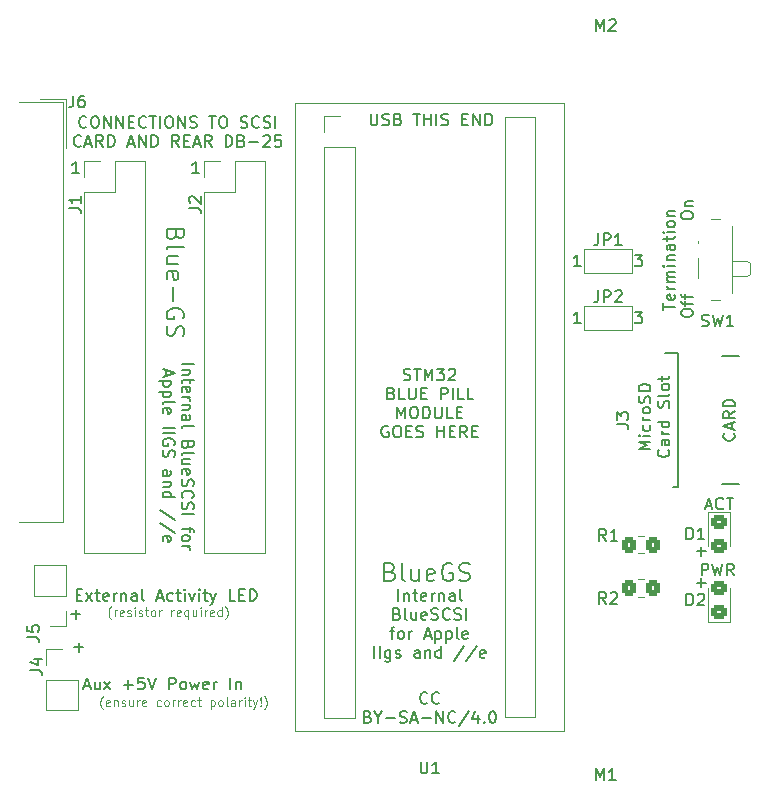
<source format=gto>
%TF.GenerationSoftware,KiCad,Pcbnew,(6.0.4-0)*%
%TF.CreationDate,2022-11-20T14:03:23-07:00*%
%TF.ProjectId,bluescsi_iigs_internal,626c7565-7363-4736-995f-696967735f69,rev?*%
%TF.SameCoordinates,Original*%
%TF.FileFunction,Legend,Top*%
%TF.FilePolarity,Positive*%
%FSLAX46Y46*%
G04 Gerber Fmt 4.6, Leading zero omitted, Abs format (unit mm)*
G04 Created by KiCad (PCBNEW (6.0.4-0)) date 2022-11-20 14:03:23*
%MOMM*%
%LPD*%
G01*
G04 APERTURE LIST*
G04 Aperture macros list*
%AMRoundRect*
0 Rectangle with rounded corners*
0 $1 Rounding radius*
0 $2 $3 $4 $5 $6 $7 $8 $9 X,Y pos of 4 corners*
0 Add a 4 corners polygon primitive as box body*
4,1,4,$2,$3,$4,$5,$6,$7,$8,$9,$2,$3,0*
0 Add four circle primitives for the rounded corners*
1,1,$1+$1,$2,$3*
1,1,$1+$1,$4,$5*
1,1,$1+$1,$6,$7*
1,1,$1+$1,$8,$9*
0 Add four rect primitives between the rounded corners*
20,1,$1+$1,$2,$3,$4,$5,0*
20,1,$1+$1,$4,$5,$6,$7,0*
20,1,$1+$1,$6,$7,$8,$9,0*
20,1,$1+$1,$8,$9,$2,$3,0*%
G04 Aperture macros list end*
%ADD10C,0.125000*%
%ADD11C,0.150000*%
%ADD12C,0.200000*%
%ADD13C,0.120000*%
%ADD14R,1.700000X1.700000*%
%ADD15C,1.700000*%
%ADD16R,1.500000X0.700000*%
%ADD17R,0.800000X1.000000*%
%ADD18C,0.900000*%
%ADD19RoundRect,0.249999X0.350001X0.450001X-0.350001X0.450001X-0.350001X-0.450001X0.350001X-0.450001X0*%
%ADD20RoundRect,0.249999X-0.450001X0.325001X-0.450001X-0.325001X0.450001X-0.325001X0.450001X0.325001X0*%
%ADD21R,1.000000X1.500000*%
%ADD22RoundRect,0.249999X-0.350001X-0.450001X0.350001X-0.450001X0.350001X0.450001X-0.350001X0.450001X0*%
%ADD23O,1.700000X1.700000*%
%ADD24C,2.100000*%
%ADD25RoundRect,0.249999X0.450001X-0.325001X0.450001X0.325001X-0.450001X0.325001X-0.450001X-0.325001X0*%
%ADD26R,0.550000X2.910000*%
%ADD27R,2.390000X1.050000*%
%ADD28R,1.200000X1.050000*%
%ADD29R,1.080000X1.050000*%
%ADD30R,0.780000X0.720000*%
%ADD31R,1.000000X0.500000*%
%ADD32R,3.480000X1.846667*%
G04 APERTURE END LIST*
D10*
X132370571Y-99685000D02*
X132334857Y-99649285D01*
X132263428Y-99542142D01*
X132227714Y-99470714D01*
X132192000Y-99363571D01*
X132156285Y-99185000D01*
X132156285Y-99042142D01*
X132192000Y-98863571D01*
X132227714Y-98756428D01*
X132263428Y-98685000D01*
X132334857Y-98577857D01*
X132370571Y-98542142D01*
X132942000Y-99363571D02*
X132870571Y-99399285D01*
X132727714Y-99399285D01*
X132656285Y-99363571D01*
X132620571Y-99292142D01*
X132620571Y-99006428D01*
X132656285Y-98935000D01*
X132727714Y-98899285D01*
X132870571Y-98899285D01*
X132942000Y-98935000D01*
X132977714Y-99006428D01*
X132977714Y-99077857D01*
X132620571Y-99149285D01*
X133299142Y-98899285D02*
X133299142Y-99399285D01*
X133299142Y-98970714D02*
X133334857Y-98935000D01*
X133406285Y-98899285D01*
X133513428Y-98899285D01*
X133584857Y-98935000D01*
X133620571Y-99006428D01*
X133620571Y-99399285D01*
X133942000Y-99363571D02*
X134013428Y-99399285D01*
X134156285Y-99399285D01*
X134227714Y-99363571D01*
X134263428Y-99292142D01*
X134263428Y-99256428D01*
X134227714Y-99185000D01*
X134156285Y-99149285D01*
X134049142Y-99149285D01*
X133977714Y-99113571D01*
X133942000Y-99042142D01*
X133942000Y-99006428D01*
X133977714Y-98935000D01*
X134049142Y-98899285D01*
X134156285Y-98899285D01*
X134227714Y-98935000D01*
X134906285Y-98899285D02*
X134906285Y-99399285D01*
X134584857Y-98899285D02*
X134584857Y-99292142D01*
X134620571Y-99363571D01*
X134692000Y-99399285D01*
X134799142Y-99399285D01*
X134870571Y-99363571D01*
X134906285Y-99327857D01*
X135263428Y-99399285D02*
X135263428Y-98899285D01*
X135263428Y-99042142D02*
X135299142Y-98970714D01*
X135334857Y-98935000D01*
X135406285Y-98899285D01*
X135477714Y-98899285D01*
X136013428Y-99363571D02*
X135942000Y-99399285D01*
X135799142Y-99399285D01*
X135727714Y-99363571D01*
X135692000Y-99292142D01*
X135692000Y-99006428D01*
X135727714Y-98935000D01*
X135799142Y-98899285D01*
X135942000Y-98899285D01*
X136013428Y-98935000D01*
X136049142Y-99006428D01*
X136049142Y-99077857D01*
X135692000Y-99149285D01*
X137263428Y-99363571D02*
X137192000Y-99399285D01*
X137049142Y-99399285D01*
X136977714Y-99363571D01*
X136942000Y-99327857D01*
X136906285Y-99256428D01*
X136906285Y-99042142D01*
X136942000Y-98970714D01*
X136977714Y-98935000D01*
X137049142Y-98899285D01*
X137192000Y-98899285D01*
X137263428Y-98935000D01*
X137692000Y-99399285D02*
X137620571Y-99363571D01*
X137584857Y-99327857D01*
X137549142Y-99256428D01*
X137549142Y-99042142D01*
X137584857Y-98970714D01*
X137620571Y-98935000D01*
X137692000Y-98899285D01*
X137799142Y-98899285D01*
X137870571Y-98935000D01*
X137906285Y-98970714D01*
X137942000Y-99042142D01*
X137942000Y-99256428D01*
X137906285Y-99327857D01*
X137870571Y-99363571D01*
X137799142Y-99399285D01*
X137692000Y-99399285D01*
X138263428Y-99399285D02*
X138263428Y-98899285D01*
X138263428Y-99042142D02*
X138299142Y-98970714D01*
X138334857Y-98935000D01*
X138406285Y-98899285D01*
X138477714Y-98899285D01*
X138727714Y-99399285D02*
X138727714Y-98899285D01*
X138727714Y-99042142D02*
X138763428Y-98970714D01*
X138799142Y-98935000D01*
X138870571Y-98899285D01*
X138942000Y-98899285D01*
X139477714Y-99363571D02*
X139406285Y-99399285D01*
X139263428Y-99399285D01*
X139192000Y-99363571D01*
X139156285Y-99292142D01*
X139156285Y-99006428D01*
X139192000Y-98935000D01*
X139263428Y-98899285D01*
X139406285Y-98899285D01*
X139477714Y-98935000D01*
X139513428Y-99006428D01*
X139513428Y-99077857D01*
X139156285Y-99149285D01*
X140156285Y-99363571D02*
X140084857Y-99399285D01*
X139942000Y-99399285D01*
X139870571Y-99363571D01*
X139834857Y-99327857D01*
X139799142Y-99256428D01*
X139799142Y-99042142D01*
X139834857Y-98970714D01*
X139870571Y-98935000D01*
X139942000Y-98899285D01*
X140084857Y-98899285D01*
X140156285Y-98935000D01*
X140370571Y-98899285D02*
X140656285Y-98899285D01*
X140477714Y-98649285D02*
X140477714Y-99292142D01*
X140513428Y-99363571D01*
X140584857Y-99399285D01*
X140656285Y-99399285D01*
X141477714Y-98899285D02*
X141477714Y-99649285D01*
X141477714Y-98935000D02*
X141549142Y-98899285D01*
X141692000Y-98899285D01*
X141763428Y-98935000D01*
X141799142Y-98970714D01*
X141834857Y-99042142D01*
X141834857Y-99256428D01*
X141799142Y-99327857D01*
X141763428Y-99363571D01*
X141692000Y-99399285D01*
X141549142Y-99399285D01*
X141477714Y-99363571D01*
X142263428Y-99399285D02*
X142192000Y-99363571D01*
X142156285Y-99327857D01*
X142120571Y-99256428D01*
X142120571Y-99042142D01*
X142156285Y-98970714D01*
X142192000Y-98935000D01*
X142263428Y-98899285D01*
X142370571Y-98899285D01*
X142442000Y-98935000D01*
X142477714Y-98970714D01*
X142513428Y-99042142D01*
X142513428Y-99256428D01*
X142477714Y-99327857D01*
X142442000Y-99363571D01*
X142370571Y-99399285D01*
X142263428Y-99399285D01*
X142942000Y-99399285D02*
X142870571Y-99363571D01*
X142834857Y-99292142D01*
X142834857Y-98649285D01*
X143549142Y-99399285D02*
X143549142Y-99006428D01*
X143513428Y-98935000D01*
X143442000Y-98899285D01*
X143299142Y-98899285D01*
X143227714Y-98935000D01*
X143549142Y-99363571D02*
X143477714Y-99399285D01*
X143299142Y-99399285D01*
X143227714Y-99363571D01*
X143192000Y-99292142D01*
X143192000Y-99220714D01*
X143227714Y-99149285D01*
X143299142Y-99113571D01*
X143477714Y-99113571D01*
X143549142Y-99077857D01*
X143906285Y-99399285D02*
X143906285Y-98899285D01*
X143906285Y-99042142D02*
X143942000Y-98970714D01*
X143977714Y-98935000D01*
X144049142Y-98899285D01*
X144120571Y-98899285D01*
X144370571Y-99399285D02*
X144370571Y-98899285D01*
X144370571Y-98649285D02*
X144334857Y-98685000D01*
X144370571Y-98720714D01*
X144406285Y-98685000D01*
X144370571Y-98649285D01*
X144370571Y-98720714D01*
X144620571Y-98899285D02*
X144906285Y-98899285D01*
X144727714Y-98649285D02*
X144727714Y-99292142D01*
X144763428Y-99363571D01*
X144834857Y-99399285D01*
X144906285Y-99399285D01*
X145084857Y-98899285D02*
X145263428Y-99399285D01*
X145442000Y-98899285D02*
X145263428Y-99399285D01*
X145192000Y-99577857D01*
X145156285Y-99613571D01*
X145084857Y-99649285D01*
X145727714Y-99327857D02*
X145763428Y-99363571D01*
X145727714Y-99399285D01*
X145692000Y-99363571D01*
X145727714Y-99327857D01*
X145727714Y-99399285D01*
X145727714Y-99113571D02*
X145692000Y-98685000D01*
X145727714Y-98649285D01*
X145763428Y-98685000D01*
X145727714Y-99113571D01*
X145727714Y-98649285D01*
X146013428Y-99685000D02*
X146049142Y-99649285D01*
X146120571Y-99542142D01*
X146156285Y-99470714D01*
X146192000Y-99363571D01*
X146227714Y-99185000D01*
X146227714Y-99042142D01*
X146192000Y-98863571D01*
X146156285Y-98756428D01*
X146120571Y-98685000D01*
X146049142Y-98577857D01*
X146013428Y-98542142D01*
X133062107Y-92065000D02*
X133026392Y-92029285D01*
X132954964Y-91922142D01*
X132919250Y-91850714D01*
X132883535Y-91743571D01*
X132847821Y-91565000D01*
X132847821Y-91422142D01*
X132883535Y-91243571D01*
X132919250Y-91136428D01*
X132954964Y-91065000D01*
X133026392Y-90957857D01*
X133062107Y-90922142D01*
X133347821Y-91779285D02*
X133347821Y-91279285D01*
X133347821Y-91422142D02*
X133383535Y-91350714D01*
X133419250Y-91315000D01*
X133490678Y-91279285D01*
X133562107Y-91279285D01*
X134097821Y-91743571D02*
X134026392Y-91779285D01*
X133883535Y-91779285D01*
X133812107Y-91743571D01*
X133776392Y-91672142D01*
X133776392Y-91386428D01*
X133812107Y-91315000D01*
X133883535Y-91279285D01*
X134026392Y-91279285D01*
X134097821Y-91315000D01*
X134133535Y-91386428D01*
X134133535Y-91457857D01*
X133776392Y-91529285D01*
X134419250Y-91743571D02*
X134490678Y-91779285D01*
X134633535Y-91779285D01*
X134704964Y-91743571D01*
X134740678Y-91672142D01*
X134740678Y-91636428D01*
X134704964Y-91565000D01*
X134633535Y-91529285D01*
X134526392Y-91529285D01*
X134454964Y-91493571D01*
X134419250Y-91422142D01*
X134419250Y-91386428D01*
X134454964Y-91315000D01*
X134526392Y-91279285D01*
X134633535Y-91279285D01*
X134704964Y-91315000D01*
X135062107Y-91779285D02*
X135062107Y-91279285D01*
X135062107Y-91029285D02*
X135026392Y-91065000D01*
X135062107Y-91100714D01*
X135097821Y-91065000D01*
X135062107Y-91029285D01*
X135062107Y-91100714D01*
X135383535Y-91743571D02*
X135454964Y-91779285D01*
X135597821Y-91779285D01*
X135669250Y-91743571D01*
X135704964Y-91672142D01*
X135704964Y-91636428D01*
X135669250Y-91565000D01*
X135597821Y-91529285D01*
X135490678Y-91529285D01*
X135419250Y-91493571D01*
X135383535Y-91422142D01*
X135383535Y-91386428D01*
X135419250Y-91315000D01*
X135490678Y-91279285D01*
X135597821Y-91279285D01*
X135669250Y-91315000D01*
X135919250Y-91279285D02*
X136204964Y-91279285D01*
X136026392Y-91029285D02*
X136026392Y-91672142D01*
X136062107Y-91743571D01*
X136133535Y-91779285D01*
X136204964Y-91779285D01*
X136562107Y-91779285D02*
X136490678Y-91743571D01*
X136454964Y-91707857D01*
X136419250Y-91636428D01*
X136419250Y-91422142D01*
X136454964Y-91350714D01*
X136490678Y-91315000D01*
X136562107Y-91279285D01*
X136669250Y-91279285D01*
X136740678Y-91315000D01*
X136776392Y-91350714D01*
X136812107Y-91422142D01*
X136812107Y-91636428D01*
X136776392Y-91707857D01*
X136740678Y-91743571D01*
X136669250Y-91779285D01*
X136562107Y-91779285D01*
X137133535Y-91779285D02*
X137133535Y-91279285D01*
X137133535Y-91422142D02*
X137169250Y-91350714D01*
X137204964Y-91315000D01*
X137276392Y-91279285D01*
X137347821Y-91279285D01*
X138169250Y-91779285D02*
X138169250Y-91279285D01*
X138169250Y-91422142D02*
X138204964Y-91350714D01*
X138240678Y-91315000D01*
X138312107Y-91279285D01*
X138383535Y-91279285D01*
X138919250Y-91743571D02*
X138847821Y-91779285D01*
X138704964Y-91779285D01*
X138633535Y-91743571D01*
X138597821Y-91672142D01*
X138597821Y-91386428D01*
X138633535Y-91315000D01*
X138704964Y-91279285D01*
X138847821Y-91279285D01*
X138919250Y-91315000D01*
X138954964Y-91386428D01*
X138954964Y-91457857D01*
X138597821Y-91529285D01*
X139597821Y-91279285D02*
X139597821Y-92029285D01*
X139597821Y-91743571D02*
X139526392Y-91779285D01*
X139383535Y-91779285D01*
X139312107Y-91743571D01*
X139276392Y-91707857D01*
X139240678Y-91636428D01*
X139240678Y-91422142D01*
X139276392Y-91350714D01*
X139312107Y-91315000D01*
X139383535Y-91279285D01*
X139526392Y-91279285D01*
X139597821Y-91315000D01*
X140276392Y-91279285D02*
X140276392Y-91779285D01*
X139954964Y-91279285D02*
X139954964Y-91672142D01*
X139990678Y-91743571D01*
X140062107Y-91779285D01*
X140169250Y-91779285D01*
X140240678Y-91743571D01*
X140276392Y-91707857D01*
X140633535Y-91779285D02*
X140633535Y-91279285D01*
X140633535Y-91029285D02*
X140597821Y-91065000D01*
X140633535Y-91100714D01*
X140669250Y-91065000D01*
X140633535Y-91029285D01*
X140633535Y-91100714D01*
X140990678Y-91779285D02*
X140990678Y-91279285D01*
X140990678Y-91422142D02*
X141026392Y-91350714D01*
X141062107Y-91315000D01*
X141133535Y-91279285D01*
X141204964Y-91279285D01*
X141740678Y-91743571D02*
X141669250Y-91779285D01*
X141526392Y-91779285D01*
X141454964Y-91743571D01*
X141419250Y-91672142D01*
X141419250Y-91386428D01*
X141454964Y-91315000D01*
X141526392Y-91279285D01*
X141669250Y-91279285D01*
X141740678Y-91315000D01*
X141776392Y-91386428D01*
X141776392Y-91457857D01*
X141419250Y-91529285D01*
X142419250Y-91779285D02*
X142419250Y-91029285D01*
X142419250Y-91743571D02*
X142347821Y-91779285D01*
X142204964Y-91779285D01*
X142133535Y-91743571D01*
X142097821Y-91707857D01*
X142062107Y-91636428D01*
X142062107Y-91422142D01*
X142097821Y-91350714D01*
X142133535Y-91315000D01*
X142204964Y-91279285D01*
X142347821Y-91279285D01*
X142419250Y-91315000D01*
X142704964Y-92065000D02*
X142740678Y-92029285D01*
X142812107Y-91922142D01*
X142847821Y-91850714D01*
X142883535Y-91743571D01*
X142919250Y-91565000D01*
X142919250Y-91422142D01*
X142883535Y-91243571D01*
X142847821Y-91136428D01*
X142812107Y-91065000D01*
X142740678Y-90957857D01*
X142704964Y-90922142D01*
D11*
X130747333Y-97702666D02*
X131223523Y-97702666D01*
X130652095Y-97988380D02*
X130985428Y-96988380D01*
X131318761Y-97988380D01*
X132080666Y-97321714D02*
X132080666Y-97988380D01*
X131652095Y-97321714D02*
X131652095Y-97845523D01*
X131699714Y-97940761D01*
X131794952Y-97988380D01*
X131937809Y-97988380D01*
X132033047Y-97940761D01*
X132080666Y-97893142D01*
X132461619Y-97988380D02*
X132985428Y-97321714D01*
X132461619Y-97321714D02*
X132985428Y-97988380D01*
X134128285Y-97607428D02*
X134890190Y-97607428D01*
X134509238Y-97988380D02*
X134509238Y-97226476D01*
X135842571Y-96988380D02*
X135366380Y-96988380D01*
X135318761Y-97464571D01*
X135366380Y-97416952D01*
X135461619Y-97369333D01*
X135699714Y-97369333D01*
X135794952Y-97416952D01*
X135842571Y-97464571D01*
X135890190Y-97559809D01*
X135890190Y-97797904D01*
X135842571Y-97893142D01*
X135794952Y-97940761D01*
X135699714Y-97988380D01*
X135461619Y-97988380D01*
X135366380Y-97940761D01*
X135318761Y-97893142D01*
X136175904Y-96988380D02*
X136509238Y-97988380D01*
X136842571Y-96988380D01*
X137937809Y-97988380D02*
X137937809Y-96988380D01*
X138318761Y-96988380D01*
X138414000Y-97036000D01*
X138461619Y-97083619D01*
X138509238Y-97178857D01*
X138509238Y-97321714D01*
X138461619Y-97416952D01*
X138414000Y-97464571D01*
X138318761Y-97512190D01*
X137937809Y-97512190D01*
X139080666Y-97988380D02*
X138985428Y-97940761D01*
X138937809Y-97893142D01*
X138890190Y-97797904D01*
X138890190Y-97512190D01*
X138937809Y-97416952D01*
X138985428Y-97369333D01*
X139080666Y-97321714D01*
X139223523Y-97321714D01*
X139318761Y-97369333D01*
X139366380Y-97416952D01*
X139414000Y-97512190D01*
X139414000Y-97797904D01*
X139366380Y-97893142D01*
X139318761Y-97940761D01*
X139223523Y-97988380D01*
X139080666Y-97988380D01*
X139747333Y-97321714D02*
X139937809Y-97988380D01*
X140128285Y-97512190D01*
X140318761Y-97988380D01*
X140509238Y-97321714D01*
X141271142Y-97940761D02*
X141175904Y-97988380D01*
X140985428Y-97988380D01*
X140890190Y-97940761D01*
X140842571Y-97845523D01*
X140842571Y-97464571D01*
X140890190Y-97369333D01*
X140985428Y-97321714D01*
X141175904Y-97321714D01*
X141271142Y-97369333D01*
X141318761Y-97464571D01*
X141318761Y-97559809D01*
X140842571Y-97655047D01*
X141747333Y-97988380D02*
X141747333Y-97321714D01*
X141747333Y-97512190D02*
X141794952Y-97416952D01*
X141842571Y-97369333D01*
X141937809Y-97321714D01*
X142033047Y-97321714D01*
X143128285Y-97988380D02*
X143128285Y-96988380D01*
X143604476Y-97321714D02*
X143604476Y-97988380D01*
X143604476Y-97416952D02*
X143652095Y-97369333D01*
X143747333Y-97321714D01*
X143890190Y-97321714D01*
X143985428Y-97369333D01*
X144033047Y-97464571D01*
X144033047Y-97988380D01*
X138537142Y-59500000D02*
X138465714Y-59714285D01*
X138394285Y-59785714D01*
X138251428Y-59857142D01*
X138037142Y-59857142D01*
X137894285Y-59785714D01*
X137822857Y-59714285D01*
X137751428Y-59571428D01*
X137751428Y-59000000D01*
X139251428Y-59000000D01*
X139251428Y-59500000D01*
X139180000Y-59642857D01*
X139108571Y-59714285D01*
X138965714Y-59785714D01*
X138822857Y-59785714D01*
X138680000Y-59714285D01*
X138608571Y-59642857D01*
X138537142Y-59500000D01*
X138537142Y-59000000D01*
X137751428Y-60714285D02*
X137822857Y-60571428D01*
X137965714Y-60500000D01*
X139251428Y-60500000D01*
X138751428Y-61928571D02*
X137751428Y-61928571D01*
X138751428Y-61285714D02*
X137965714Y-61285714D01*
X137822857Y-61357142D01*
X137751428Y-61500000D01*
X137751428Y-61714285D01*
X137822857Y-61857142D01*
X137894285Y-61928571D01*
X137822857Y-63214285D02*
X137751428Y-63071428D01*
X137751428Y-62785714D01*
X137822857Y-62642857D01*
X137965714Y-62571428D01*
X138537142Y-62571428D01*
X138680000Y-62642857D01*
X138751428Y-62785714D01*
X138751428Y-63071428D01*
X138680000Y-63214285D01*
X138537142Y-63285714D01*
X138394285Y-63285714D01*
X138251428Y-62571428D01*
X138322857Y-63928571D02*
X138322857Y-65071428D01*
X139180000Y-66571428D02*
X139251428Y-66428571D01*
X139251428Y-66214285D01*
X139180000Y-66000000D01*
X139037142Y-65857142D01*
X138894285Y-65785714D01*
X138608571Y-65714285D01*
X138394285Y-65714285D01*
X138108571Y-65785714D01*
X137965714Y-65857142D01*
X137822857Y-66000000D01*
X137751428Y-66214285D01*
X137751428Y-66357142D01*
X137822857Y-66571428D01*
X137894285Y-66642857D01*
X138394285Y-66642857D01*
X138394285Y-66357142D01*
X137822857Y-67214285D02*
X137751428Y-67428571D01*
X137751428Y-67785714D01*
X137822857Y-67928571D01*
X137894285Y-68000000D01*
X138037142Y-68071428D01*
X138180000Y-68071428D01*
X138322857Y-68000000D01*
X138394285Y-67928571D01*
X138465714Y-67785714D01*
X138537142Y-67500000D01*
X138608571Y-67357142D01*
X138680000Y-67285714D01*
X138822857Y-67214285D01*
X138965714Y-67214285D01*
X139108571Y-67285714D01*
X139180000Y-67357142D01*
X139251428Y-67500000D01*
X139251428Y-67857142D01*
X139180000Y-68071428D01*
X130428952Y-91622571D02*
X129667047Y-91622571D01*
X130048000Y-91241619D02*
X130048000Y-92003523D01*
X139036619Y-70446285D02*
X140036619Y-70446285D01*
X139703285Y-70922476D02*
X139036619Y-70922476D01*
X139608047Y-70922476D02*
X139655666Y-70970095D01*
X139703285Y-71065333D01*
X139703285Y-71208190D01*
X139655666Y-71303428D01*
X139560428Y-71351047D01*
X139036619Y-71351047D01*
X139703285Y-71684380D02*
X139703285Y-72065333D01*
X140036619Y-71827238D02*
X139179476Y-71827238D01*
X139084238Y-71874857D01*
X139036619Y-71970095D01*
X139036619Y-72065333D01*
X139084238Y-72779619D02*
X139036619Y-72684380D01*
X139036619Y-72493904D01*
X139084238Y-72398666D01*
X139179476Y-72351047D01*
X139560428Y-72351047D01*
X139655666Y-72398666D01*
X139703285Y-72493904D01*
X139703285Y-72684380D01*
X139655666Y-72779619D01*
X139560428Y-72827238D01*
X139465190Y-72827238D01*
X139369952Y-72351047D01*
X139036619Y-73255809D02*
X139703285Y-73255809D01*
X139512809Y-73255809D02*
X139608047Y-73303428D01*
X139655666Y-73351047D01*
X139703285Y-73446285D01*
X139703285Y-73541523D01*
X139703285Y-73874857D02*
X139036619Y-73874857D01*
X139608047Y-73874857D02*
X139655666Y-73922476D01*
X139703285Y-74017714D01*
X139703285Y-74160571D01*
X139655666Y-74255809D01*
X139560428Y-74303428D01*
X139036619Y-74303428D01*
X139036619Y-75208190D02*
X139560428Y-75208190D01*
X139655666Y-75160571D01*
X139703285Y-75065333D01*
X139703285Y-74874857D01*
X139655666Y-74779619D01*
X139084238Y-75208190D02*
X139036619Y-75112952D01*
X139036619Y-74874857D01*
X139084238Y-74779619D01*
X139179476Y-74732000D01*
X139274714Y-74732000D01*
X139369952Y-74779619D01*
X139417571Y-74874857D01*
X139417571Y-75112952D01*
X139465190Y-75208190D01*
X139036619Y-75827238D02*
X139084238Y-75732000D01*
X139179476Y-75684380D01*
X140036619Y-75684380D01*
X139560428Y-77303428D02*
X139512809Y-77446285D01*
X139465190Y-77493904D01*
X139369952Y-77541523D01*
X139227095Y-77541523D01*
X139131857Y-77493904D01*
X139084238Y-77446285D01*
X139036619Y-77351047D01*
X139036619Y-76970095D01*
X140036619Y-76970095D01*
X140036619Y-77303428D01*
X139989000Y-77398666D01*
X139941380Y-77446285D01*
X139846142Y-77493904D01*
X139750904Y-77493904D01*
X139655666Y-77446285D01*
X139608047Y-77398666D01*
X139560428Y-77303428D01*
X139560428Y-76970095D01*
X139036619Y-78112952D02*
X139084238Y-78017714D01*
X139179476Y-77970095D01*
X140036619Y-77970095D01*
X139703285Y-78922476D02*
X139036619Y-78922476D01*
X139703285Y-78493904D02*
X139179476Y-78493904D01*
X139084238Y-78541523D01*
X139036619Y-78636761D01*
X139036619Y-78779619D01*
X139084238Y-78874857D01*
X139131857Y-78922476D01*
X139084238Y-79779619D02*
X139036619Y-79684380D01*
X139036619Y-79493904D01*
X139084238Y-79398666D01*
X139179476Y-79351047D01*
X139560428Y-79351047D01*
X139655666Y-79398666D01*
X139703285Y-79493904D01*
X139703285Y-79684380D01*
X139655666Y-79779619D01*
X139560428Y-79827238D01*
X139465190Y-79827238D01*
X139369952Y-79351047D01*
X139084238Y-80208190D02*
X139036619Y-80351047D01*
X139036619Y-80589142D01*
X139084238Y-80684380D01*
X139131857Y-80732000D01*
X139227095Y-80779619D01*
X139322333Y-80779619D01*
X139417571Y-80732000D01*
X139465190Y-80684380D01*
X139512809Y-80589142D01*
X139560428Y-80398666D01*
X139608047Y-80303428D01*
X139655666Y-80255809D01*
X139750904Y-80208190D01*
X139846142Y-80208190D01*
X139941380Y-80255809D01*
X139989000Y-80303428D01*
X140036619Y-80398666D01*
X140036619Y-80636761D01*
X139989000Y-80779619D01*
X139131857Y-81779619D02*
X139084238Y-81732000D01*
X139036619Y-81589142D01*
X139036619Y-81493904D01*
X139084238Y-81351047D01*
X139179476Y-81255809D01*
X139274714Y-81208190D01*
X139465190Y-81160571D01*
X139608047Y-81160571D01*
X139798523Y-81208190D01*
X139893761Y-81255809D01*
X139989000Y-81351047D01*
X140036619Y-81493904D01*
X140036619Y-81589142D01*
X139989000Y-81732000D01*
X139941380Y-81779619D01*
X139084238Y-82160571D02*
X139036619Y-82303428D01*
X139036619Y-82541523D01*
X139084238Y-82636761D01*
X139131857Y-82684380D01*
X139227095Y-82732000D01*
X139322333Y-82732000D01*
X139417571Y-82684380D01*
X139465190Y-82636761D01*
X139512809Y-82541523D01*
X139560428Y-82351047D01*
X139608047Y-82255809D01*
X139655666Y-82208190D01*
X139750904Y-82160571D01*
X139846142Y-82160571D01*
X139941380Y-82208190D01*
X139989000Y-82255809D01*
X140036619Y-82351047D01*
X140036619Y-82589142D01*
X139989000Y-82732000D01*
X139036619Y-83160571D02*
X140036619Y-83160571D01*
X139703285Y-84255809D02*
X139703285Y-84636761D01*
X139036619Y-84398666D02*
X139893761Y-84398666D01*
X139989000Y-84446285D01*
X140036619Y-84541523D01*
X140036619Y-84636761D01*
X139036619Y-85112952D02*
X139084238Y-85017714D01*
X139131857Y-84970095D01*
X139227095Y-84922476D01*
X139512809Y-84922476D01*
X139608047Y-84970095D01*
X139655666Y-85017714D01*
X139703285Y-85112952D01*
X139703285Y-85255809D01*
X139655666Y-85351047D01*
X139608047Y-85398666D01*
X139512809Y-85446285D01*
X139227095Y-85446285D01*
X139131857Y-85398666D01*
X139084238Y-85351047D01*
X139036619Y-85255809D01*
X139036619Y-85112952D01*
X139036619Y-85874857D02*
X139703285Y-85874857D01*
X139512809Y-85874857D02*
X139608047Y-85922476D01*
X139655666Y-85970095D01*
X139703285Y-86065333D01*
X139703285Y-86160571D01*
X137712333Y-70970095D02*
X137712333Y-71446285D01*
X137426619Y-70874857D02*
X138426619Y-71208190D01*
X137426619Y-71541523D01*
X138093285Y-71874857D02*
X137093285Y-71874857D01*
X138045666Y-71874857D02*
X138093285Y-71970095D01*
X138093285Y-72160571D01*
X138045666Y-72255809D01*
X137998047Y-72303428D01*
X137902809Y-72351047D01*
X137617095Y-72351047D01*
X137521857Y-72303428D01*
X137474238Y-72255809D01*
X137426619Y-72160571D01*
X137426619Y-71970095D01*
X137474238Y-71874857D01*
X138093285Y-72779619D02*
X137093285Y-72779619D01*
X138045666Y-72779619D02*
X138093285Y-72874857D01*
X138093285Y-73065333D01*
X138045666Y-73160571D01*
X137998047Y-73208190D01*
X137902809Y-73255809D01*
X137617095Y-73255809D01*
X137521857Y-73208190D01*
X137474238Y-73160571D01*
X137426619Y-73065333D01*
X137426619Y-72874857D01*
X137474238Y-72779619D01*
X137426619Y-73827238D02*
X137474238Y-73732000D01*
X137569476Y-73684380D01*
X138426619Y-73684380D01*
X137474238Y-74589142D02*
X137426619Y-74493904D01*
X137426619Y-74303428D01*
X137474238Y-74208190D01*
X137569476Y-74160571D01*
X137950428Y-74160571D01*
X138045666Y-74208190D01*
X138093285Y-74303428D01*
X138093285Y-74493904D01*
X138045666Y-74589142D01*
X137950428Y-74636761D01*
X137855190Y-74636761D01*
X137759952Y-74160571D01*
X137426619Y-75827238D02*
X138426619Y-75827238D01*
X137426619Y-76303428D02*
X138426619Y-76303428D01*
X138379000Y-77303428D02*
X138426619Y-77208190D01*
X138426619Y-77065333D01*
X138379000Y-76922476D01*
X138283761Y-76827238D01*
X138188523Y-76779619D01*
X137998047Y-76732000D01*
X137855190Y-76732000D01*
X137664714Y-76779619D01*
X137569476Y-76827238D01*
X137474238Y-76922476D01*
X137426619Y-77065333D01*
X137426619Y-77160571D01*
X137474238Y-77303428D01*
X137521857Y-77351047D01*
X137855190Y-77351047D01*
X137855190Y-77160571D01*
X137474238Y-77732000D02*
X137426619Y-77874857D01*
X137426619Y-78112952D01*
X137474238Y-78208190D01*
X137521857Y-78255809D01*
X137617095Y-78303428D01*
X137712333Y-78303428D01*
X137807571Y-78255809D01*
X137855190Y-78208190D01*
X137902809Y-78112952D01*
X137950428Y-77922476D01*
X137998047Y-77827238D01*
X138045666Y-77779619D01*
X138140904Y-77732000D01*
X138236142Y-77732000D01*
X138331380Y-77779619D01*
X138379000Y-77827238D01*
X138426619Y-77922476D01*
X138426619Y-78160571D01*
X138379000Y-78303428D01*
X137426619Y-79922476D02*
X137950428Y-79922476D01*
X138045666Y-79874857D01*
X138093285Y-79779619D01*
X138093285Y-79589142D01*
X138045666Y-79493904D01*
X137474238Y-79922476D02*
X137426619Y-79827238D01*
X137426619Y-79589142D01*
X137474238Y-79493904D01*
X137569476Y-79446285D01*
X137664714Y-79446285D01*
X137759952Y-79493904D01*
X137807571Y-79589142D01*
X137807571Y-79827238D01*
X137855190Y-79922476D01*
X138093285Y-80398666D02*
X137426619Y-80398666D01*
X137998047Y-80398666D02*
X138045666Y-80446285D01*
X138093285Y-80541523D01*
X138093285Y-80684380D01*
X138045666Y-80779619D01*
X137950428Y-80827238D01*
X137426619Y-80827238D01*
X137426619Y-81732000D02*
X138426619Y-81732000D01*
X137474238Y-81732000D02*
X137426619Y-81636761D01*
X137426619Y-81446285D01*
X137474238Y-81351047D01*
X137521857Y-81303428D01*
X137617095Y-81255809D01*
X137902809Y-81255809D01*
X137998047Y-81303428D01*
X138045666Y-81351047D01*
X138093285Y-81446285D01*
X138093285Y-81636761D01*
X138045666Y-81732000D01*
X138474238Y-83684380D02*
X137188523Y-82827238D01*
X138474238Y-84732000D02*
X137188523Y-83874857D01*
X137474238Y-85446285D02*
X137426619Y-85351047D01*
X137426619Y-85160571D01*
X137474238Y-85065333D01*
X137569476Y-85017714D01*
X137950428Y-85017714D01*
X138045666Y-85065333D01*
X138093285Y-85160571D01*
X138093285Y-85351047D01*
X138045666Y-85446285D01*
X137950428Y-85493904D01*
X137855190Y-85493904D01*
X137759952Y-85017714D01*
X183052738Y-88336380D02*
X183052738Y-87336380D01*
X183433690Y-87336380D01*
X183528928Y-87384000D01*
X183576547Y-87431619D01*
X183624166Y-87526857D01*
X183624166Y-87669714D01*
X183576547Y-87764952D01*
X183528928Y-87812571D01*
X183433690Y-87860190D01*
X183052738Y-87860190D01*
X183957500Y-87336380D02*
X184195595Y-88336380D01*
X184386071Y-87622095D01*
X184576547Y-88336380D01*
X184814642Y-87336380D01*
X185767023Y-88336380D02*
X185433690Y-87860190D01*
X185195595Y-88336380D02*
X185195595Y-87336380D01*
X185576547Y-87336380D01*
X185671785Y-87384000D01*
X185719404Y-87431619D01*
X185767023Y-87526857D01*
X185767023Y-87669714D01*
X185719404Y-87764952D01*
X185671785Y-87812571D01*
X185576547Y-87860190D01*
X185195595Y-87860190D01*
X130129595Y-89971571D02*
X130462928Y-89971571D01*
X130605785Y-90495380D02*
X130129595Y-90495380D01*
X130129595Y-89495380D01*
X130605785Y-89495380D01*
X130939119Y-90495380D02*
X131462928Y-89828714D01*
X130939119Y-89828714D02*
X131462928Y-90495380D01*
X131701023Y-89828714D02*
X132081976Y-89828714D01*
X131843880Y-89495380D02*
X131843880Y-90352523D01*
X131891500Y-90447761D01*
X131986738Y-90495380D01*
X132081976Y-90495380D01*
X132796261Y-90447761D02*
X132701023Y-90495380D01*
X132510547Y-90495380D01*
X132415309Y-90447761D01*
X132367690Y-90352523D01*
X132367690Y-89971571D01*
X132415309Y-89876333D01*
X132510547Y-89828714D01*
X132701023Y-89828714D01*
X132796261Y-89876333D01*
X132843880Y-89971571D01*
X132843880Y-90066809D01*
X132367690Y-90162047D01*
X133272452Y-90495380D02*
X133272452Y-89828714D01*
X133272452Y-90019190D02*
X133320071Y-89923952D01*
X133367690Y-89876333D01*
X133462928Y-89828714D01*
X133558166Y-89828714D01*
X133891500Y-89828714D02*
X133891500Y-90495380D01*
X133891500Y-89923952D02*
X133939119Y-89876333D01*
X134034357Y-89828714D01*
X134177214Y-89828714D01*
X134272452Y-89876333D01*
X134320071Y-89971571D01*
X134320071Y-90495380D01*
X135224833Y-90495380D02*
X135224833Y-89971571D01*
X135177214Y-89876333D01*
X135081976Y-89828714D01*
X134891500Y-89828714D01*
X134796261Y-89876333D01*
X135224833Y-90447761D02*
X135129595Y-90495380D01*
X134891500Y-90495380D01*
X134796261Y-90447761D01*
X134748642Y-90352523D01*
X134748642Y-90257285D01*
X134796261Y-90162047D01*
X134891500Y-90114428D01*
X135129595Y-90114428D01*
X135224833Y-90066809D01*
X135843880Y-90495380D02*
X135748642Y-90447761D01*
X135701023Y-90352523D01*
X135701023Y-89495380D01*
X136939119Y-90209666D02*
X137415309Y-90209666D01*
X136843880Y-90495380D02*
X137177214Y-89495380D01*
X137510547Y-90495380D01*
X138272452Y-90447761D02*
X138177214Y-90495380D01*
X137986738Y-90495380D01*
X137891500Y-90447761D01*
X137843880Y-90400142D01*
X137796261Y-90304904D01*
X137796261Y-90019190D01*
X137843880Y-89923952D01*
X137891500Y-89876333D01*
X137986738Y-89828714D01*
X138177214Y-89828714D01*
X138272452Y-89876333D01*
X138558166Y-89828714D02*
X138939119Y-89828714D01*
X138701023Y-89495380D02*
X138701023Y-90352523D01*
X138748642Y-90447761D01*
X138843880Y-90495380D01*
X138939119Y-90495380D01*
X139272452Y-90495380D02*
X139272452Y-89828714D01*
X139272452Y-89495380D02*
X139224833Y-89543000D01*
X139272452Y-89590619D01*
X139320071Y-89543000D01*
X139272452Y-89495380D01*
X139272452Y-89590619D01*
X139653404Y-89828714D02*
X139891500Y-90495380D01*
X140129595Y-89828714D01*
X140510547Y-90495380D02*
X140510547Y-89828714D01*
X140510547Y-89495380D02*
X140462928Y-89543000D01*
X140510547Y-89590619D01*
X140558166Y-89543000D01*
X140510547Y-89495380D01*
X140510547Y-89590619D01*
X140843880Y-89828714D02*
X141224833Y-89828714D01*
X140986738Y-89495380D02*
X140986738Y-90352523D01*
X141034357Y-90447761D01*
X141129595Y-90495380D01*
X141224833Y-90495380D01*
X141462928Y-89828714D02*
X141701023Y-90495380D01*
X141939119Y-89828714D02*
X141701023Y-90495380D01*
X141605785Y-90733476D01*
X141558166Y-90781095D01*
X141462928Y-90828714D01*
X143558166Y-90495380D02*
X143081976Y-90495380D01*
X143081976Y-89495380D01*
X143891500Y-89971571D02*
X144224833Y-89971571D01*
X144367690Y-90495380D02*
X143891500Y-90495380D01*
X143891500Y-89495380D01*
X144367690Y-89495380D01*
X144796261Y-90495380D02*
X144796261Y-89495380D01*
X145034357Y-89495380D01*
X145177214Y-89543000D01*
X145272452Y-89638238D01*
X145320071Y-89733476D01*
X145367690Y-89923952D01*
X145367690Y-90066809D01*
X145320071Y-90257285D01*
X145272452Y-90352523D01*
X145177214Y-90447761D01*
X145034357Y-90495380D01*
X144796261Y-90495380D01*
X182626047Y-88971428D02*
X183387952Y-88971428D01*
X183007000Y-89352380D02*
X183007000Y-88590476D01*
X178717380Y-77668095D02*
X177717380Y-77668095D01*
X178431666Y-77334761D01*
X177717380Y-77001428D01*
X178717380Y-77001428D01*
X178717380Y-76525238D02*
X178050714Y-76525238D01*
X177717380Y-76525238D02*
X177765000Y-76572857D01*
X177812619Y-76525238D01*
X177765000Y-76477619D01*
X177717380Y-76525238D01*
X177812619Y-76525238D01*
X178669761Y-75620476D02*
X178717380Y-75715714D01*
X178717380Y-75906190D01*
X178669761Y-76001428D01*
X178622142Y-76049047D01*
X178526904Y-76096666D01*
X178241190Y-76096666D01*
X178145952Y-76049047D01*
X178098333Y-76001428D01*
X178050714Y-75906190D01*
X178050714Y-75715714D01*
X178098333Y-75620476D01*
X178717380Y-75191904D02*
X178050714Y-75191904D01*
X178241190Y-75191904D02*
X178145952Y-75144285D01*
X178098333Y-75096666D01*
X178050714Y-75001428D01*
X178050714Y-74906190D01*
X178717380Y-74430000D02*
X178669761Y-74525238D01*
X178622142Y-74572857D01*
X178526904Y-74620476D01*
X178241190Y-74620476D01*
X178145952Y-74572857D01*
X178098333Y-74525238D01*
X178050714Y-74430000D01*
X178050714Y-74287142D01*
X178098333Y-74191904D01*
X178145952Y-74144285D01*
X178241190Y-74096666D01*
X178526904Y-74096666D01*
X178622142Y-74144285D01*
X178669761Y-74191904D01*
X178717380Y-74287142D01*
X178717380Y-74430000D01*
X178669761Y-73715714D02*
X178717380Y-73572857D01*
X178717380Y-73334761D01*
X178669761Y-73239523D01*
X178622142Y-73191904D01*
X178526904Y-73144285D01*
X178431666Y-73144285D01*
X178336428Y-73191904D01*
X178288809Y-73239523D01*
X178241190Y-73334761D01*
X178193571Y-73525238D01*
X178145952Y-73620476D01*
X178098333Y-73668095D01*
X178003095Y-73715714D01*
X177907857Y-73715714D01*
X177812619Y-73668095D01*
X177765000Y-73620476D01*
X177717380Y-73525238D01*
X177717380Y-73287142D01*
X177765000Y-73144285D01*
X178717380Y-72715714D02*
X177717380Y-72715714D01*
X177717380Y-72477619D01*
X177765000Y-72334761D01*
X177860238Y-72239523D01*
X177955476Y-72191904D01*
X178145952Y-72144285D01*
X178288809Y-72144285D01*
X178479285Y-72191904D01*
X178574523Y-72239523D01*
X178669761Y-72334761D01*
X178717380Y-72477619D01*
X178717380Y-72715714D01*
X180232142Y-77691904D02*
X180279761Y-77739523D01*
X180327380Y-77882380D01*
X180327380Y-77977619D01*
X180279761Y-78120476D01*
X180184523Y-78215714D01*
X180089285Y-78263333D01*
X179898809Y-78310952D01*
X179755952Y-78310952D01*
X179565476Y-78263333D01*
X179470238Y-78215714D01*
X179375000Y-78120476D01*
X179327380Y-77977619D01*
X179327380Y-77882380D01*
X179375000Y-77739523D01*
X179422619Y-77691904D01*
X180327380Y-76834761D02*
X179803571Y-76834761D01*
X179708333Y-76882380D01*
X179660714Y-76977619D01*
X179660714Y-77168095D01*
X179708333Y-77263333D01*
X180279761Y-76834761D02*
X180327380Y-76930000D01*
X180327380Y-77168095D01*
X180279761Y-77263333D01*
X180184523Y-77310952D01*
X180089285Y-77310952D01*
X179994047Y-77263333D01*
X179946428Y-77168095D01*
X179946428Y-76930000D01*
X179898809Y-76834761D01*
X180327380Y-76358571D02*
X179660714Y-76358571D01*
X179851190Y-76358571D02*
X179755952Y-76310952D01*
X179708333Y-76263333D01*
X179660714Y-76168095D01*
X179660714Y-76072857D01*
X180327380Y-75310952D02*
X179327380Y-75310952D01*
X180279761Y-75310952D02*
X180327380Y-75406190D01*
X180327380Y-75596666D01*
X180279761Y-75691904D01*
X180232142Y-75739523D01*
X180136904Y-75787142D01*
X179851190Y-75787142D01*
X179755952Y-75739523D01*
X179708333Y-75691904D01*
X179660714Y-75596666D01*
X179660714Y-75406190D01*
X179708333Y-75310952D01*
X180279761Y-74120476D02*
X180327380Y-73977619D01*
X180327380Y-73739523D01*
X180279761Y-73644285D01*
X180232142Y-73596666D01*
X180136904Y-73549047D01*
X180041666Y-73549047D01*
X179946428Y-73596666D01*
X179898809Y-73644285D01*
X179851190Y-73739523D01*
X179803571Y-73930000D01*
X179755952Y-74025238D01*
X179708333Y-74072857D01*
X179613095Y-74120476D01*
X179517857Y-74120476D01*
X179422619Y-74072857D01*
X179375000Y-74025238D01*
X179327380Y-73930000D01*
X179327380Y-73691904D01*
X179375000Y-73549047D01*
X180327380Y-72977619D02*
X180279761Y-73072857D01*
X180184523Y-73120476D01*
X179327380Y-73120476D01*
X180327380Y-72453809D02*
X180279761Y-72549047D01*
X180232142Y-72596666D01*
X180136904Y-72644285D01*
X179851190Y-72644285D01*
X179755952Y-72596666D01*
X179708333Y-72549047D01*
X179660714Y-72453809D01*
X179660714Y-72310952D01*
X179708333Y-72215714D01*
X179755952Y-72168095D01*
X179851190Y-72120476D01*
X180136904Y-72120476D01*
X180232142Y-72168095D01*
X180279761Y-72215714D01*
X180327380Y-72310952D01*
X180327380Y-72453809D01*
X179660714Y-71834761D02*
X179660714Y-71453809D01*
X179327380Y-71691904D02*
X180184523Y-71691904D01*
X180279761Y-71644285D01*
X180327380Y-71549047D01*
X180327380Y-71453809D01*
X186205714Y-80636380D02*
X184777142Y-80636380D01*
X185777142Y-76303047D02*
X185824761Y-76350666D01*
X185872380Y-76493523D01*
X185872380Y-76588761D01*
X185824761Y-76731619D01*
X185729523Y-76826857D01*
X185634285Y-76874476D01*
X185443809Y-76922095D01*
X185300952Y-76922095D01*
X185110476Y-76874476D01*
X185015238Y-76826857D01*
X184920000Y-76731619D01*
X184872380Y-76588761D01*
X184872380Y-76493523D01*
X184920000Y-76350666D01*
X184967619Y-76303047D01*
X185586666Y-75922095D02*
X185586666Y-75445904D01*
X185872380Y-76017333D02*
X184872380Y-75684000D01*
X185872380Y-75350666D01*
X185872380Y-74445904D02*
X185396190Y-74779238D01*
X185872380Y-75017333D02*
X184872380Y-75017333D01*
X184872380Y-74636380D01*
X184920000Y-74541142D01*
X184967619Y-74493523D01*
X185062857Y-74445904D01*
X185205714Y-74445904D01*
X185300952Y-74493523D01*
X185348571Y-74541142D01*
X185396190Y-74636380D01*
X185396190Y-75017333D01*
X185872380Y-74017333D02*
X184872380Y-74017333D01*
X184872380Y-73779238D01*
X184920000Y-73636380D01*
X185015238Y-73541142D01*
X185110476Y-73493523D01*
X185300952Y-73445904D01*
X185443809Y-73445904D01*
X185634285Y-73493523D01*
X185729523Y-73541142D01*
X185824761Y-73636380D01*
X185872380Y-73779238D01*
X185872380Y-74017333D01*
X186205714Y-69731619D02*
X184777142Y-69731619D01*
X130969714Y-50352142D02*
X130922095Y-50399761D01*
X130779238Y-50447380D01*
X130684000Y-50447380D01*
X130541142Y-50399761D01*
X130445904Y-50304523D01*
X130398285Y-50209285D01*
X130350666Y-50018809D01*
X130350666Y-49875952D01*
X130398285Y-49685476D01*
X130445904Y-49590238D01*
X130541142Y-49495000D01*
X130684000Y-49447380D01*
X130779238Y-49447380D01*
X130922095Y-49495000D01*
X130969714Y-49542619D01*
X131588761Y-49447380D02*
X131779238Y-49447380D01*
X131874476Y-49495000D01*
X131969714Y-49590238D01*
X132017333Y-49780714D01*
X132017333Y-50114047D01*
X131969714Y-50304523D01*
X131874476Y-50399761D01*
X131779238Y-50447380D01*
X131588761Y-50447380D01*
X131493523Y-50399761D01*
X131398285Y-50304523D01*
X131350666Y-50114047D01*
X131350666Y-49780714D01*
X131398285Y-49590238D01*
X131493523Y-49495000D01*
X131588761Y-49447380D01*
X132445904Y-50447380D02*
X132445904Y-49447380D01*
X133017333Y-50447380D01*
X133017333Y-49447380D01*
X133493523Y-50447380D02*
X133493523Y-49447380D01*
X134064952Y-50447380D01*
X134064952Y-49447380D01*
X134541142Y-49923571D02*
X134874476Y-49923571D01*
X135017333Y-50447380D02*
X134541142Y-50447380D01*
X134541142Y-49447380D01*
X135017333Y-49447380D01*
X136017333Y-50352142D02*
X135969714Y-50399761D01*
X135826857Y-50447380D01*
X135731619Y-50447380D01*
X135588761Y-50399761D01*
X135493523Y-50304523D01*
X135445904Y-50209285D01*
X135398285Y-50018809D01*
X135398285Y-49875952D01*
X135445904Y-49685476D01*
X135493523Y-49590238D01*
X135588761Y-49495000D01*
X135731619Y-49447380D01*
X135826857Y-49447380D01*
X135969714Y-49495000D01*
X136017333Y-49542619D01*
X136303047Y-49447380D02*
X136874476Y-49447380D01*
X136588761Y-50447380D02*
X136588761Y-49447380D01*
X137207809Y-50447380D02*
X137207809Y-49447380D01*
X137874476Y-49447380D02*
X138064952Y-49447380D01*
X138160190Y-49495000D01*
X138255428Y-49590238D01*
X138303047Y-49780714D01*
X138303047Y-50114047D01*
X138255428Y-50304523D01*
X138160190Y-50399761D01*
X138064952Y-50447380D01*
X137874476Y-50447380D01*
X137779238Y-50399761D01*
X137684000Y-50304523D01*
X137636380Y-50114047D01*
X137636380Y-49780714D01*
X137684000Y-49590238D01*
X137779238Y-49495000D01*
X137874476Y-49447380D01*
X138731619Y-50447380D02*
X138731619Y-49447380D01*
X139303047Y-50447380D01*
X139303047Y-49447380D01*
X139731619Y-50399761D02*
X139874476Y-50447380D01*
X140112571Y-50447380D01*
X140207809Y-50399761D01*
X140255428Y-50352142D01*
X140303047Y-50256904D01*
X140303047Y-50161666D01*
X140255428Y-50066428D01*
X140207809Y-50018809D01*
X140112571Y-49971190D01*
X139922095Y-49923571D01*
X139826857Y-49875952D01*
X139779238Y-49828333D01*
X139731619Y-49733095D01*
X139731619Y-49637857D01*
X139779238Y-49542619D01*
X139826857Y-49495000D01*
X139922095Y-49447380D01*
X140160190Y-49447380D01*
X140303047Y-49495000D01*
X141350666Y-49447380D02*
X141922095Y-49447380D01*
X141636380Y-50447380D02*
X141636380Y-49447380D01*
X142445904Y-49447380D02*
X142636380Y-49447380D01*
X142731619Y-49495000D01*
X142826857Y-49590238D01*
X142874476Y-49780714D01*
X142874476Y-50114047D01*
X142826857Y-50304523D01*
X142731619Y-50399761D01*
X142636380Y-50447380D01*
X142445904Y-50447380D01*
X142350666Y-50399761D01*
X142255428Y-50304523D01*
X142207809Y-50114047D01*
X142207809Y-49780714D01*
X142255428Y-49590238D01*
X142350666Y-49495000D01*
X142445904Y-49447380D01*
X144017333Y-50399761D02*
X144160190Y-50447380D01*
X144398285Y-50447380D01*
X144493523Y-50399761D01*
X144541142Y-50352142D01*
X144588761Y-50256904D01*
X144588761Y-50161666D01*
X144541142Y-50066428D01*
X144493523Y-50018809D01*
X144398285Y-49971190D01*
X144207809Y-49923571D01*
X144112571Y-49875952D01*
X144064952Y-49828333D01*
X144017333Y-49733095D01*
X144017333Y-49637857D01*
X144064952Y-49542619D01*
X144112571Y-49495000D01*
X144207809Y-49447380D01*
X144445904Y-49447380D01*
X144588761Y-49495000D01*
X145588761Y-50352142D02*
X145541142Y-50399761D01*
X145398285Y-50447380D01*
X145303047Y-50447380D01*
X145160190Y-50399761D01*
X145064952Y-50304523D01*
X145017333Y-50209285D01*
X144969714Y-50018809D01*
X144969714Y-49875952D01*
X145017333Y-49685476D01*
X145064952Y-49590238D01*
X145160190Y-49495000D01*
X145303047Y-49447380D01*
X145398285Y-49447380D01*
X145541142Y-49495000D01*
X145588761Y-49542619D01*
X145969714Y-50399761D02*
X146112571Y-50447380D01*
X146350666Y-50447380D01*
X146445904Y-50399761D01*
X146493523Y-50352142D01*
X146541142Y-50256904D01*
X146541142Y-50161666D01*
X146493523Y-50066428D01*
X146445904Y-50018809D01*
X146350666Y-49971190D01*
X146160190Y-49923571D01*
X146064952Y-49875952D01*
X146017333Y-49828333D01*
X145969714Y-49733095D01*
X145969714Y-49637857D01*
X146017333Y-49542619D01*
X146064952Y-49495000D01*
X146160190Y-49447380D01*
X146398285Y-49447380D01*
X146541142Y-49495000D01*
X146969714Y-50447380D02*
X146969714Y-49447380D01*
X130517333Y-51962142D02*
X130469714Y-52009761D01*
X130326857Y-52057380D01*
X130231619Y-52057380D01*
X130088761Y-52009761D01*
X129993523Y-51914523D01*
X129945904Y-51819285D01*
X129898285Y-51628809D01*
X129898285Y-51485952D01*
X129945904Y-51295476D01*
X129993523Y-51200238D01*
X130088761Y-51105000D01*
X130231619Y-51057380D01*
X130326857Y-51057380D01*
X130469714Y-51105000D01*
X130517333Y-51152619D01*
X130898285Y-51771666D02*
X131374476Y-51771666D01*
X130803047Y-52057380D02*
X131136380Y-51057380D01*
X131469714Y-52057380D01*
X132374476Y-52057380D02*
X132041142Y-51581190D01*
X131803047Y-52057380D02*
X131803047Y-51057380D01*
X132184000Y-51057380D01*
X132279238Y-51105000D01*
X132326857Y-51152619D01*
X132374476Y-51247857D01*
X132374476Y-51390714D01*
X132326857Y-51485952D01*
X132279238Y-51533571D01*
X132184000Y-51581190D01*
X131803047Y-51581190D01*
X132803047Y-52057380D02*
X132803047Y-51057380D01*
X133041142Y-51057380D01*
X133184000Y-51105000D01*
X133279238Y-51200238D01*
X133326857Y-51295476D01*
X133374476Y-51485952D01*
X133374476Y-51628809D01*
X133326857Y-51819285D01*
X133279238Y-51914523D01*
X133184000Y-52009761D01*
X133041142Y-52057380D01*
X132803047Y-52057380D01*
X134517333Y-51771666D02*
X134993523Y-51771666D01*
X134422095Y-52057380D02*
X134755428Y-51057380D01*
X135088761Y-52057380D01*
X135422095Y-52057380D02*
X135422095Y-51057380D01*
X135993523Y-52057380D01*
X135993523Y-51057380D01*
X136469714Y-52057380D02*
X136469714Y-51057380D01*
X136707809Y-51057380D01*
X136850666Y-51105000D01*
X136945904Y-51200238D01*
X136993523Y-51295476D01*
X137041142Y-51485952D01*
X137041142Y-51628809D01*
X136993523Y-51819285D01*
X136945904Y-51914523D01*
X136850666Y-52009761D01*
X136707809Y-52057380D01*
X136469714Y-52057380D01*
X138803047Y-52057380D02*
X138469714Y-51581190D01*
X138231619Y-52057380D02*
X138231619Y-51057380D01*
X138612571Y-51057380D01*
X138707809Y-51105000D01*
X138755428Y-51152619D01*
X138803047Y-51247857D01*
X138803047Y-51390714D01*
X138755428Y-51485952D01*
X138707809Y-51533571D01*
X138612571Y-51581190D01*
X138231619Y-51581190D01*
X139231619Y-51533571D02*
X139564952Y-51533571D01*
X139707809Y-52057380D02*
X139231619Y-52057380D01*
X139231619Y-51057380D01*
X139707809Y-51057380D01*
X140088761Y-51771666D02*
X140564952Y-51771666D01*
X139993523Y-52057380D02*
X140326857Y-51057380D01*
X140660190Y-52057380D01*
X141564952Y-52057380D02*
X141231619Y-51581190D01*
X140993523Y-52057380D02*
X140993523Y-51057380D01*
X141374476Y-51057380D01*
X141469714Y-51105000D01*
X141517333Y-51152619D01*
X141564952Y-51247857D01*
X141564952Y-51390714D01*
X141517333Y-51485952D01*
X141469714Y-51533571D01*
X141374476Y-51581190D01*
X140993523Y-51581190D01*
X142755428Y-52057380D02*
X142755428Y-51057380D01*
X142993523Y-51057380D01*
X143136380Y-51105000D01*
X143231619Y-51200238D01*
X143279238Y-51295476D01*
X143326857Y-51485952D01*
X143326857Y-51628809D01*
X143279238Y-51819285D01*
X143231619Y-51914523D01*
X143136380Y-52009761D01*
X142993523Y-52057380D01*
X142755428Y-52057380D01*
X144088761Y-51533571D02*
X144231619Y-51581190D01*
X144279238Y-51628809D01*
X144326857Y-51724047D01*
X144326857Y-51866904D01*
X144279238Y-51962142D01*
X144231619Y-52009761D01*
X144136380Y-52057380D01*
X143755428Y-52057380D01*
X143755428Y-51057380D01*
X144088761Y-51057380D01*
X144184000Y-51105000D01*
X144231619Y-51152619D01*
X144279238Y-51247857D01*
X144279238Y-51343095D01*
X144231619Y-51438333D01*
X144184000Y-51485952D01*
X144088761Y-51533571D01*
X143755428Y-51533571D01*
X144755428Y-51676428D02*
X145517333Y-51676428D01*
X145945904Y-51152619D02*
X145993523Y-51105000D01*
X146088761Y-51057380D01*
X146326857Y-51057380D01*
X146422095Y-51105000D01*
X146469714Y-51152619D01*
X146517333Y-51247857D01*
X146517333Y-51343095D01*
X146469714Y-51485952D01*
X145898285Y-52057380D01*
X146517333Y-52057380D01*
X147422095Y-51057380D02*
X146945904Y-51057380D01*
X146898285Y-51533571D01*
X146945904Y-51485952D01*
X147041142Y-51438333D01*
X147279238Y-51438333D01*
X147374476Y-51485952D01*
X147422095Y-51533571D01*
X147469714Y-51628809D01*
X147469714Y-51866904D01*
X147422095Y-51962142D01*
X147374476Y-52009761D01*
X147279238Y-52057380D01*
X147041142Y-52057380D01*
X146945904Y-52009761D01*
X146898285Y-51962142D01*
X181316380Y-57951619D02*
X181316380Y-57761142D01*
X181364000Y-57665904D01*
X181459238Y-57570666D01*
X181649714Y-57523047D01*
X181983047Y-57523047D01*
X182173523Y-57570666D01*
X182268761Y-57665904D01*
X182316380Y-57761142D01*
X182316380Y-57951619D01*
X182268761Y-58046857D01*
X182173523Y-58142095D01*
X181983047Y-58189714D01*
X181649714Y-58189714D01*
X181459238Y-58142095D01*
X181364000Y-58046857D01*
X181316380Y-57951619D01*
X181649714Y-57094476D02*
X182316380Y-57094476D01*
X181744952Y-57094476D02*
X181697333Y-57046857D01*
X181649714Y-56951619D01*
X181649714Y-56808761D01*
X181697333Y-56713523D01*
X181792571Y-56665904D01*
X182316380Y-56665904D01*
X179792380Y-65856904D02*
X179792380Y-65285476D01*
X180792380Y-65571190D02*
X179792380Y-65571190D01*
X180744761Y-64571190D02*
X180792380Y-64666428D01*
X180792380Y-64856904D01*
X180744761Y-64952142D01*
X180649523Y-64999761D01*
X180268571Y-64999761D01*
X180173333Y-64952142D01*
X180125714Y-64856904D01*
X180125714Y-64666428D01*
X180173333Y-64571190D01*
X180268571Y-64523571D01*
X180363809Y-64523571D01*
X180459047Y-64999761D01*
X180792380Y-64095000D02*
X180125714Y-64095000D01*
X180316190Y-64095000D02*
X180220952Y-64047380D01*
X180173333Y-63999761D01*
X180125714Y-63904523D01*
X180125714Y-63809285D01*
X180792380Y-63475952D02*
X180125714Y-63475952D01*
X180220952Y-63475952D02*
X180173333Y-63428333D01*
X180125714Y-63333095D01*
X180125714Y-63190238D01*
X180173333Y-63095000D01*
X180268571Y-63047380D01*
X180792380Y-63047380D01*
X180268571Y-63047380D02*
X180173333Y-62999761D01*
X180125714Y-62904523D01*
X180125714Y-62761666D01*
X180173333Y-62666428D01*
X180268571Y-62618809D01*
X180792380Y-62618809D01*
X180792380Y-62142619D02*
X180125714Y-62142619D01*
X179792380Y-62142619D02*
X179840000Y-62190238D01*
X179887619Y-62142619D01*
X179840000Y-62095000D01*
X179792380Y-62142619D01*
X179887619Y-62142619D01*
X180125714Y-61666428D02*
X180792380Y-61666428D01*
X180220952Y-61666428D02*
X180173333Y-61618809D01*
X180125714Y-61523571D01*
X180125714Y-61380714D01*
X180173333Y-61285476D01*
X180268571Y-61237857D01*
X180792380Y-61237857D01*
X180792380Y-60333095D02*
X180268571Y-60333095D01*
X180173333Y-60380714D01*
X180125714Y-60475952D01*
X180125714Y-60666428D01*
X180173333Y-60761666D01*
X180744761Y-60333095D02*
X180792380Y-60428333D01*
X180792380Y-60666428D01*
X180744761Y-60761666D01*
X180649523Y-60809285D01*
X180554285Y-60809285D01*
X180459047Y-60761666D01*
X180411428Y-60666428D01*
X180411428Y-60428333D01*
X180363809Y-60333095D01*
X180125714Y-59999761D02*
X180125714Y-59618809D01*
X179792380Y-59856904D02*
X180649523Y-59856904D01*
X180744761Y-59809285D01*
X180792380Y-59714047D01*
X180792380Y-59618809D01*
X180792380Y-59285476D02*
X180125714Y-59285476D01*
X179792380Y-59285476D02*
X179840000Y-59333095D01*
X179887619Y-59285476D01*
X179840000Y-59237857D01*
X179792380Y-59285476D01*
X179887619Y-59285476D01*
X180792380Y-58666428D02*
X180744761Y-58761666D01*
X180697142Y-58809285D01*
X180601904Y-58856904D01*
X180316190Y-58856904D01*
X180220952Y-58809285D01*
X180173333Y-58761666D01*
X180125714Y-58666428D01*
X180125714Y-58523571D01*
X180173333Y-58428333D01*
X180220952Y-58380714D01*
X180316190Y-58333095D01*
X180601904Y-58333095D01*
X180697142Y-58380714D01*
X180744761Y-58428333D01*
X180792380Y-58523571D01*
X180792380Y-58666428D01*
X180125714Y-57904523D02*
X180792380Y-57904523D01*
X180220952Y-57904523D02*
X180173333Y-57856904D01*
X180125714Y-57761666D01*
X180125714Y-57618809D01*
X180173333Y-57523571D01*
X180268571Y-57475952D01*
X180792380Y-57475952D01*
X157377142Y-90493380D02*
X157377142Y-89493380D01*
X157853333Y-89826714D02*
X157853333Y-90493380D01*
X157853333Y-89921952D02*
X157900952Y-89874333D01*
X157996190Y-89826714D01*
X158139047Y-89826714D01*
X158234285Y-89874333D01*
X158281904Y-89969571D01*
X158281904Y-90493380D01*
X158615238Y-89826714D02*
X158996190Y-89826714D01*
X158758095Y-89493380D02*
X158758095Y-90350523D01*
X158805714Y-90445761D01*
X158900952Y-90493380D01*
X158996190Y-90493380D01*
X159710476Y-90445761D02*
X159615238Y-90493380D01*
X159424761Y-90493380D01*
X159329523Y-90445761D01*
X159281904Y-90350523D01*
X159281904Y-89969571D01*
X159329523Y-89874333D01*
X159424761Y-89826714D01*
X159615238Y-89826714D01*
X159710476Y-89874333D01*
X159758095Y-89969571D01*
X159758095Y-90064809D01*
X159281904Y-90160047D01*
X160186666Y-90493380D02*
X160186666Y-89826714D01*
X160186666Y-90017190D02*
X160234285Y-89921952D01*
X160281904Y-89874333D01*
X160377142Y-89826714D01*
X160472380Y-89826714D01*
X160805714Y-89826714D02*
X160805714Y-90493380D01*
X160805714Y-89921952D02*
X160853333Y-89874333D01*
X160948571Y-89826714D01*
X161091428Y-89826714D01*
X161186666Y-89874333D01*
X161234285Y-89969571D01*
X161234285Y-90493380D01*
X162139047Y-90493380D02*
X162139047Y-89969571D01*
X162091428Y-89874333D01*
X161996190Y-89826714D01*
X161805714Y-89826714D01*
X161710476Y-89874333D01*
X162139047Y-90445761D02*
X162043809Y-90493380D01*
X161805714Y-90493380D01*
X161710476Y-90445761D01*
X161662857Y-90350523D01*
X161662857Y-90255285D01*
X161710476Y-90160047D01*
X161805714Y-90112428D01*
X162043809Y-90112428D01*
X162139047Y-90064809D01*
X162758095Y-90493380D02*
X162662857Y-90445761D01*
X162615238Y-90350523D01*
X162615238Y-89493380D01*
X157258095Y-91579571D02*
X157400952Y-91627190D01*
X157448571Y-91674809D01*
X157496190Y-91770047D01*
X157496190Y-91912904D01*
X157448571Y-92008142D01*
X157400952Y-92055761D01*
X157305714Y-92103380D01*
X156924761Y-92103380D01*
X156924761Y-91103380D01*
X157258095Y-91103380D01*
X157353333Y-91151000D01*
X157400952Y-91198619D01*
X157448571Y-91293857D01*
X157448571Y-91389095D01*
X157400952Y-91484333D01*
X157353333Y-91531952D01*
X157258095Y-91579571D01*
X156924761Y-91579571D01*
X158067619Y-92103380D02*
X157972380Y-92055761D01*
X157924761Y-91960523D01*
X157924761Y-91103380D01*
X158877142Y-91436714D02*
X158877142Y-92103380D01*
X158448571Y-91436714D02*
X158448571Y-91960523D01*
X158496190Y-92055761D01*
X158591428Y-92103380D01*
X158734285Y-92103380D01*
X158829523Y-92055761D01*
X158877142Y-92008142D01*
X159734285Y-92055761D02*
X159639047Y-92103380D01*
X159448571Y-92103380D01*
X159353333Y-92055761D01*
X159305714Y-91960523D01*
X159305714Y-91579571D01*
X159353333Y-91484333D01*
X159448571Y-91436714D01*
X159639047Y-91436714D01*
X159734285Y-91484333D01*
X159781904Y-91579571D01*
X159781904Y-91674809D01*
X159305714Y-91770047D01*
X160162857Y-92055761D02*
X160305714Y-92103380D01*
X160543809Y-92103380D01*
X160639047Y-92055761D01*
X160686666Y-92008142D01*
X160734285Y-91912904D01*
X160734285Y-91817666D01*
X160686666Y-91722428D01*
X160639047Y-91674809D01*
X160543809Y-91627190D01*
X160353333Y-91579571D01*
X160258095Y-91531952D01*
X160210476Y-91484333D01*
X160162857Y-91389095D01*
X160162857Y-91293857D01*
X160210476Y-91198619D01*
X160258095Y-91151000D01*
X160353333Y-91103380D01*
X160591428Y-91103380D01*
X160734285Y-91151000D01*
X161734285Y-92008142D02*
X161686666Y-92055761D01*
X161543809Y-92103380D01*
X161448571Y-92103380D01*
X161305714Y-92055761D01*
X161210476Y-91960523D01*
X161162857Y-91865285D01*
X161115238Y-91674809D01*
X161115238Y-91531952D01*
X161162857Y-91341476D01*
X161210476Y-91246238D01*
X161305714Y-91151000D01*
X161448571Y-91103380D01*
X161543809Y-91103380D01*
X161686666Y-91151000D01*
X161734285Y-91198619D01*
X162115238Y-92055761D02*
X162258095Y-92103380D01*
X162496190Y-92103380D01*
X162591428Y-92055761D01*
X162639047Y-92008142D01*
X162686666Y-91912904D01*
X162686666Y-91817666D01*
X162639047Y-91722428D01*
X162591428Y-91674809D01*
X162496190Y-91627190D01*
X162305714Y-91579571D01*
X162210476Y-91531952D01*
X162162857Y-91484333D01*
X162115238Y-91389095D01*
X162115238Y-91293857D01*
X162162857Y-91198619D01*
X162210476Y-91151000D01*
X162305714Y-91103380D01*
X162543809Y-91103380D01*
X162686666Y-91151000D01*
X163115238Y-92103380D02*
X163115238Y-91103380D01*
X156662857Y-93046714D02*
X157043809Y-93046714D01*
X156805714Y-93713380D02*
X156805714Y-92856238D01*
X156853333Y-92761000D01*
X156948571Y-92713380D01*
X157043809Y-92713380D01*
X157520000Y-93713380D02*
X157424761Y-93665761D01*
X157377142Y-93618142D01*
X157329523Y-93522904D01*
X157329523Y-93237190D01*
X157377142Y-93141952D01*
X157424761Y-93094333D01*
X157520000Y-93046714D01*
X157662857Y-93046714D01*
X157758095Y-93094333D01*
X157805714Y-93141952D01*
X157853333Y-93237190D01*
X157853333Y-93522904D01*
X157805714Y-93618142D01*
X157758095Y-93665761D01*
X157662857Y-93713380D01*
X157520000Y-93713380D01*
X158281904Y-93713380D02*
X158281904Y-93046714D01*
X158281904Y-93237190D02*
X158329523Y-93141952D01*
X158377142Y-93094333D01*
X158472380Y-93046714D01*
X158567619Y-93046714D01*
X159615238Y-93427666D02*
X160091428Y-93427666D01*
X159520000Y-93713380D02*
X159853333Y-92713380D01*
X160186666Y-93713380D01*
X160520000Y-93046714D02*
X160520000Y-94046714D01*
X160520000Y-93094333D02*
X160615238Y-93046714D01*
X160805714Y-93046714D01*
X160900952Y-93094333D01*
X160948571Y-93141952D01*
X160996190Y-93237190D01*
X160996190Y-93522904D01*
X160948571Y-93618142D01*
X160900952Y-93665761D01*
X160805714Y-93713380D01*
X160615238Y-93713380D01*
X160520000Y-93665761D01*
X161424761Y-93046714D02*
X161424761Y-94046714D01*
X161424761Y-93094333D02*
X161520000Y-93046714D01*
X161710476Y-93046714D01*
X161805714Y-93094333D01*
X161853333Y-93141952D01*
X161900952Y-93237190D01*
X161900952Y-93522904D01*
X161853333Y-93618142D01*
X161805714Y-93665761D01*
X161710476Y-93713380D01*
X161520000Y-93713380D01*
X161424761Y-93665761D01*
X162472380Y-93713380D02*
X162377142Y-93665761D01*
X162329523Y-93570523D01*
X162329523Y-92713380D01*
X163234285Y-93665761D02*
X163139047Y-93713380D01*
X162948571Y-93713380D01*
X162853333Y-93665761D01*
X162805714Y-93570523D01*
X162805714Y-93189571D01*
X162853333Y-93094333D01*
X162948571Y-93046714D01*
X163139047Y-93046714D01*
X163234285Y-93094333D01*
X163281904Y-93189571D01*
X163281904Y-93284809D01*
X162805714Y-93380047D01*
X155329523Y-95323380D02*
X155329523Y-94323380D01*
X155805714Y-95323380D02*
X155805714Y-94323380D01*
X156710476Y-94656714D02*
X156710476Y-95466238D01*
X156662857Y-95561476D01*
X156615238Y-95609095D01*
X156520000Y-95656714D01*
X156377142Y-95656714D01*
X156281904Y-95609095D01*
X156710476Y-95275761D02*
X156615238Y-95323380D01*
X156424761Y-95323380D01*
X156329523Y-95275761D01*
X156281904Y-95228142D01*
X156234285Y-95132904D01*
X156234285Y-94847190D01*
X156281904Y-94751952D01*
X156329523Y-94704333D01*
X156424761Y-94656714D01*
X156615238Y-94656714D01*
X156710476Y-94704333D01*
X157139047Y-95275761D02*
X157234285Y-95323380D01*
X157424761Y-95323380D01*
X157520000Y-95275761D01*
X157567619Y-95180523D01*
X157567619Y-95132904D01*
X157520000Y-95037666D01*
X157424761Y-94990047D01*
X157281904Y-94990047D01*
X157186666Y-94942428D01*
X157139047Y-94847190D01*
X157139047Y-94799571D01*
X157186666Y-94704333D01*
X157281904Y-94656714D01*
X157424761Y-94656714D01*
X157520000Y-94704333D01*
X159186666Y-95323380D02*
X159186666Y-94799571D01*
X159139047Y-94704333D01*
X159043809Y-94656714D01*
X158853333Y-94656714D01*
X158758095Y-94704333D01*
X159186666Y-95275761D02*
X159091428Y-95323380D01*
X158853333Y-95323380D01*
X158758095Y-95275761D01*
X158710476Y-95180523D01*
X158710476Y-95085285D01*
X158758095Y-94990047D01*
X158853333Y-94942428D01*
X159091428Y-94942428D01*
X159186666Y-94894809D01*
X159662857Y-94656714D02*
X159662857Y-95323380D01*
X159662857Y-94751952D02*
X159710476Y-94704333D01*
X159805714Y-94656714D01*
X159948571Y-94656714D01*
X160043809Y-94704333D01*
X160091428Y-94799571D01*
X160091428Y-95323380D01*
X160996190Y-95323380D02*
X160996190Y-94323380D01*
X160996190Y-95275761D02*
X160900952Y-95323380D01*
X160710476Y-95323380D01*
X160615238Y-95275761D01*
X160567619Y-95228142D01*
X160520000Y-95132904D01*
X160520000Y-94847190D01*
X160567619Y-94751952D01*
X160615238Y-94704333D01*
X160710476Y-94656714D01*
X160900952Y-94656714D01*
X160996190Y-94704333D01*
X162948571Y-94275761D02*
X162091428Y-95561476D01*
X163996190Y-94275761D02*
X163139047Y-95561476D01*
X164710476Y-95275761D02*
X164615238Y-95323380D01*
X164424761Y-95323380D01*
X164329523Y-95275761D01*
X164281904Y-95180523D01*
X164281904Y-94799571D01*
X164329523Y-94704333D01*
X164424761Y-94656714D01*
X164615238Y-94656714D01*
X164710476Y-94704333D01*
X164758095Y-94799571D01*
X164758095Y-94894809D01*
X164281904Y-94990047D01*
X157829523Y-71776761D02*
X157972380Y-71824380D01*
X158210476Y-71824380D01*
X158305714Y-71776761D01*
X158353333Y-71729142D01*
X158400952Y-71633904D01*
X158400952Y-71538666D01*
X158353333Y-71443428D01*
X158305714Y-71395809D01*
X158210476Y-71348190D01*
X158020000Y-71300571D01*
X157924761Y-71252952D01*
X157877142Y-71205333D01*
X157829523Y-71110095D01*
X157829523Y-71014857D01*
X157877142Y-70919619D01*
X157924761Y-70872000D01*
X158020000Y-70824380D01*
X158258095Y-70824380D01*
X158400952Y-70872000D01*
X158686666Y-70824380D02*
X159258095Y-70824380D01*
X158972380Y-71824380D02*
X158972380Y-70824380D01*
X159591428Y-71824380D02*
X159591428Y-70824380D01*
X159924761Y-71538666D01*
X160258095Y-70824380D01*
X160258095Y-71824380D01*
X160639047Y-70824380D02*
X161258095Y-70824380D01*
X160924761Y-71205333D01*
X161067619Y-71205333D01*
X161162857Y-71252952D01*
X161210476Y-71300571D01*
X161258095Y-71395809D01*
X161258095Y-71633904D01*
X161210476Y-71729142D01*
X161162857Y-71776761D01*
X161067619Y-71824380D01*
X160781904Y-71824380D01*
X160686666Y-71776761D01*
X160639047Y-71729142D01*
X161639047Y-70919619D02*
X161686666Y-70872000D01*
X161781904Y-70824380D01*
X162020000Y-70824380D01*
X162115238Y-70872000D01*
X162162857Y-70919619D01*
X162210476Y-71014857D01*
X162210476Y-71110095D01*
X162162857Y-71252952D01*
X161591428Y-71824380D01*
X162210476Y-71824380D01*
X156781904Y-72910571D02*
X156924761Y-72958190D01*
X156972380Y-73005809D01*
X157020000Y-73101047D01*
X157020000Y-73243904D01*
X156972380Y-73339142D01*
X156924761Y-73386761D01*
X156829523Y-73434380D01*
X156448571Y-73434380D01*
X156448571Y-72434380D01*
X156781904Y-72434380D01*
X156877142Y-72482000D01*
X156924761Y-72529619D01*
X156972380Y-72624857D01*
X156972380Y-72720095D01*
X156924761Y-72815333D01*
X156877142Y-72862952D01*
X156781904Y-72910571D01*
X156448571Y-72910571D01*
X157924761Y-73434380D02*
X157448571Y-73434380D01*
X157448571Y-72434380D01*
X158258095Y-72434380D02*
X158258095Y-73243904D01*
X158305714Y-73339142D01*
X158353333Y-73386761D01*
X158448571Y-73434380D01*
X158639047Y-73434380D01*
X158734285Y-73386761D01*
X158781904Y-73339142D01*
X158829523Y-73243904D01*
X158829523Y-72434380D01*
X159305714Y-72910571D02*
X159639047Y-72910571D01*
X159781904Y-73434380D02*
X159305714Y-73434380D01*
X159305714Y-72434380D01*
X159781904Y-72434380D01*
X160972380Y-73434380D02*
X160972380Y-72434380D01*
X161353333Y-72434380D01*
X161448571Y-72482000D01*
X161496190Y-72529619D01*
X161543809Y-72624857D01*
X161543809Y-72767714D01*
X161496190Y-72862952D01*
X161448571Y-72910571D01*
X161353333Y-72958190D01*
X160972380Y-72958190D01*
X161972380Y-73434380D02*
X161972380Y-72434380D01*
X162924761Y-73434380D02*
X162448571Y-73434380D01*
X162448571Y-72434380D01*
X163734285Y-73434380D02*
X163258095Y-73434380D01*
X163258095Y-72434380D01*
X157281904Y-75044380D02*
X157281904Y-74044380D01*
X157615238Y-74758666D01*
X157948571Y-74044380D01*
X157948571Y-75044380D01*
X158615238Y-74044380D02*
X158805714Y-74044380D01*
X158900952Y-74092000D01*
X158996190Y-74187238D01*
X159043809Y-74377714D01*
X159043809Y-74711047D01*
X158996190Y-74901523D01*
X158900952Y-74996761D01*
X158805714Y-75044380D01*
X158615238Y-75044380D01*
X158520000Y-74996761D01*
X158424761Y-74901523D01*
X158377142Y-74711047D01*
X158377142Y-74377714D01*
X158424761Y-74187238D01*
X158520000Y-74092000D01*
X158615238Y-74044380D01*
X159472380Y-75044380D02*
X159472380Y-74044380D01*
X159710476Y-74044380D01*
X159853333Y-74092000D01*
X159948571Y-74187238D01*
X159996190Y-74282476D01*
X160043809Y-74472952D01*
X160043809Y-74615809D01*
X159996190Y-74806285D01*
X159948571Y-74901523D01*
X159853333Y-74996761D01*
X159710476Y-75044380D01*
X159472380Y-75044380D01*
X160472380Y-74044380D02*
X160472380Y-74853904D01*
X160520000Y-74949142D01*
X160567619Y-74996761D01*
X160662857Y-75044380D01*
X160853333Y-75044380D01*
X160948571Y-74996761D01*
X160996190Y-74949142D01*
X161043809Y-74853904D01*
X161043809Y-74044380D01*
X161996190Y-75044380D02*
X161520000Y-75044380D01*
X161520000Y-74044380D01*
X162329523Y-74520571D02*
X162662857Y-74520571D01*
X162805714Y-75044380D02*
X162329523Y-75044380D01*
X162329523Y-74044380D01*
X162805714Y-74044380D01*
X156520000Y-75702000D02*
X156424761Y-75654380D01*
X156281904Y-75654380D01*
X156139047Y-75702000D01*
X156043809Y-75797238D01*
X155996190Y-75892476D01*
X155948571Y-76082952D01*
X155948571Y-76225809D01*
X155996190Y-76416285D01*
X156043809Y-76511523D01*
X156139047Y-76606761D01*
X156281904Y-76654380D01*
X156377142Y-76654380D01*
X156520000Y-76606761D01*
X156567619Y-76559142D01*
X156567619Y-76225809D01*
X156377142Y-76225809D01*
X157186666Y-75654380D02*
X157377142Y-75654380D01*
X157472380Y-75702000D01*
X157567619Y-75797238D01*
X157615238Y-75987714D01*
X157615238Y-76321047D01*
X157567619Y-76511523D01*
X157472380Y-76606761D01*
X157377142Y-76654380D01*
X157186666Y-76654380D01*
X157091428Y-76606761D01*
X156996190Y-76511523D01*
X156948571Y-76321047D01*
X156948571Y-75987714D01*
X156996190Y-75797238D01*
X157091428Y-75702000D01*
X157186666Y-75654380D01*
X158043809Y-76130571D02*
X158377142Y-76130571D01*
X158520000Y-76654380D02*
X158043809Y-76654380D01*
X158043809Y-75654380D01*
X158520000Y-75654380D01*
X158900952Y-76606761D02*
X159043809Y-76654380D01*
X159281904Y-76654380D01*
X159377142Y-76606761D01*
X159424761Y-76559142D01*
X159472380Y-76463904D01*
X159472380Y-76368666D01*
X159424761Y-76273428D01*
X159377142Y-76225809D01*
X159281904Y-76178190D01*
X159091428Y-76130571D01*
X158996190Y-76082952D01*
X158948571Y-76035333D01*
X158900952Y-75940095D01*
X158900952Y-75844857D01*
X158948571Y-75749619D01*
X158996190Y-75702000D01*
X159091428Y-75654380D01*
X159329523Y-75654380D01*
X159472380Y-75702000D01*
X160662857Y-76654380D02*
X160662857Y-75654380D01*
X160662857Y-76130571D02*
X161234285Y-76130571D01*
X161234285Y-76654380D02*
X161234285Y-75654380D01*
X161710476Y-76130571D02*
X162043809Y-76130571D01*
X162186666Y-76654380D02*
X161710476Y-76654380D01*
X161710476Y-75654380D01*
X162186666Y-75654380D01*
X163186666Y-76654380D02*
X162853333Y-76178190D01*
X162615238Y-76654380D02*
X162615238Y-75654380D01*
X162996190Y-75654380D01*
X163091428Y-75702000D01*
X163139047Y-75749619D01*
X163186666Y-75844857D01*
X163186666Y-75987714D01*
X163139047Y-76082952D01*
X163091428Y-76130571D01*
X162996190Y-76178190D01*
X162615238Y-76178190D01*
X163615238Y-76130571D02*
X163948571Y-76130571D01*
X164091428Y-76654380D02*
X163615238Y-76654380D01*
X163615238Y-75654380D01*
X164091428Y-75654380D01*
X155027952Y-49236380D02*
X155027952Y-50045904D01*
X155075571Y-50141142D01*
X155123190Y-50188761D01*
X155218428Y-50236380D01*
X155408904Y-50236380D01*
X155504142Y-50188761D01*
X155551761Y-50141142D01*
X155599380Y-50045904D01*
X155599380Y-49236380D01*
X156027952Y-50188761D02*
X156170809Y-50236380D01*
X156408904Y-50236380D01*
X156504142Y-50188761D01*
X156551761Y-50141142D01*
X156599380Y-50045904D01*
X156599380Y-49950666D01*
X156551761Y-49855428D01*
X156504142Y-49807809D01*
X156408904Y-49760190D01*
X156218428Y-49712571D01*
X156123190Y-49664952D01*
X156075571Y-49617333D01*
X156027952Y-49522095D01*
X156027952Y-49426857D01*
X156075571Y-49331619D01*
X156123190Y-49284000D01*
X156218428Y-49236380D01*
X156456523Y-49236380D01*
X156599380Y-49284000D01*
X157361285Y-49712571D02*
X157504142Y-49760190D01*
X157551761Y-49807809D01*
X157599380Y-49903047D01*
X157599380Y-50045904D01*
X157551761Y-50141142D01*
X157504142Y-50188761D01*
X157408904Y-50236380D01*
X157027952Y-50236380D01*
X157027952Y-49236380D01*
X157361285Y-49236380D01*
X157456523Y-49284000D01*
X157504142Y-49331619D01*
X157551761Y-49426857D01*
X157551761Y-49522095D01*
X157504142Y-49617333D01*
X157456523Y-49664952D01*
X157361285Y-49712571D01*
X157027952Y-49712571D01*
X158647000Y-49236380D02*
X159218428Y-49236380D01*
X158932714Y-50236380D02*
X158932714Y-49236380D01*
X159551761Y-50236380D02*
X159551761Y-49236380D01*
X159551761Y-49712571D02*
X160123190Y-49712571D01*
X160123190Y-50236380D02*
X160123190Y-49236380D01*
X160599380Y-50236380D02*
X160599380Y-49236380D01*
X161027952Y-50188761D02*
X161170809Y-50236380D01*
X161408904Y-50236380D01*
X161504142Y-50188761D01*
X161551761Y-50141142D01*
X161599380Y-50045904D01*
X161599380Y-49950666D01*
X161551761Y-49855428D01*
X161504142Y-49807809D01*
X161408904Y-49760190D01*
X161218428Y-49712571D01*
X161123190Y-49664952D01*
X161075571Y-49617333D01*
X161027952Y-49522095D01*
X161027952Y-49426857D01*
X161075571Y-49331619D01*
X161123190Y-49284000D01*
X161218428Y-49236380D01*
X161456523Y-49236380D01*
X161599380Y-49284000D01*
X162789857Y-49712571D02*
X163123190Y-49712571D01*
X163266047Y-50236380D02*
X162789857Y-50236380D01*
X162789857Y-49236380D01*
X163266047Y-49236380D01*
X163694619Y-50236380D02*
X163694619Y-49236380D01*
X164266047Y-50236380D01*
X164266047Y-49236380D01*
X164742238Y-50236380D02*
X164742238Y-49236380D01*
X164980333Y-49236380D01*
X165123190Y-49284000D01*
X165218428Y-49379238D01*
X165266047Y-49474476D01*
X165313666Y-49664952D01*
X165313666Y-49807809D01*
X165266047Y-49998285D01*
X165218428Y-50093523D01*
X165123190Y-50188761D01*
X164980333Y-50236380D01*
X164742238Y-50236380D01*
X159829523Y-99120142D02*
X159781904Y-99167761D01*
X159639047Y-99215380D01*
X159543809Y-99215380D01*
X159400952Y-99167761D01*
X159305714Y-99072523D01*
X159258095Y-98977285D01*
X159210476Y-98786809D01*
X159210476Y-98643952D01*
X159258095Y-98453476D01*
X159305714Y-98358238D01*
X159400952Y-98263000D01*
X159543809Y-98215380D01*
X159639047Y-98215380D01*
X159781904Y-98263000D01*
X159829523Y-98310619D01*
X160829523Y-99120142D02*
X160781904Y-99167761D01*
X160639047Y-99215380D01*
X160543809Y-99215380D01*
X160400952Y-99167761D01*
X160305714Y-99072523D01*
X160258095Y-98977285D01*
X160210476Y-98786809D01*
X160210476Y-98643952D01*
X160258095Y-98453476D01*
X160305714Y-98358238D01*
X160400952Y-98263000D01*
X160543809Y-98215380D01*
X160639047Y-98215380D01*
X160781904Y-98263000D01*
X160829523Y-98310619D01*
X154781904Y-100301571D02*
X154924761Y-100349190D01*
X154972380Y-100396809D01*
X155020000Y-100492047D01*
X155020000Y-100634904D01*
X154972380Y-100730142D01*
X154924761Y-100777761D01*
X154829523Y-100825380D01*
X154448571Y-100825380D01*
X154448571Y-99825380D01*
X154781904Y-99825380D01*
X154877142Y-99873000D01*
X154924761Y-99920619D01*
X154972380Y-100015857D01*
X154972380Y-100111095D01*
X154924761Y-100206333D01*
X154877142Y-100253952D01*
X154781904Y-100301571D01*
X154448571Y-100301571D01*
X155639047Y-100349190D02*
X155639047Y-100825380D01*
X155305714Y-99825380D02*
X155639047Y-100349190D01*
X155972380Y-99825380D01*
X156305714Y-100444428D02*
X157067619Y-100444428D01*
X157496190Y-100777761D02*
X157639047Y-100825380D01*
X157877142Y-100825380D01*
X157972380Y-100777761D01*
X158020000Y-100730142D01*
X158067619Y-100634904D01*
X158067619Y-100539666D01*
X158020000Y-100444428D01*
X157972380Y-100396809D01*
X157877142Y-100349190D01*
X157686666Y-100301571D01*
X157591428Y-100253952D01*
X157543809Y-100206333D01*
X157496190Y-100111095D01*
X157496190Y-100015857D01*
X157543809Y-99920619D01*
X157591428Y-99873000D01*
X157686666Y-99825380D01*
X157924761Y-99825380D01*
X158067619Y-99873000D01*
X158448571Y-100539666D02*
X158924761Y-100539666D01*
X158353333Y-100825380D02*
X158686666Y-99825380D01*
X159020000Y-100825380D01*
X159353333Y-100444428D02*
X160115238Y-100444428D01*
X160591428Y-100825380D02*
X160591428Y-99825380D01*
X161162857Y-100825380D01*
X161162857Y-99825380D01*
X162210476Y-100730142D02*
X162162857Y-100777761D01*
X162020000Y-100825380D01*
X161924761Y-100825380D01*
X161781904Y-100777761D01*
X161686666Y-100682523D01*
X161639047Y-100587285D01*
X161591428Y-100396809D01*
X161591428Y-100253952D01*
X161639047Y-100063476D01*
X161686666Y-99968238D01*
X161781904Y-99873000D01*
X161924761Y-99825380D01*
X162020000Y-99825380D01*
X162162857Y-99873000D01*
X162210476Y-99920619D01*
X163353333Y-99777761D02*
X162496190Y-101063476D01*
X164115238Y-100158714D02*
X164115238Y-100825380D01*
X163877142Y-99777761D02*
X163639047Y-100492047D01*
X164258095Y-100492047D01*
X164639047Y-100730142D02*
X164686666Y-100777761D01*
X164639047Y-100825380D01*
X164591428Y-100777761D01*
X164639047Y-100730142D01*
X164639047Y-100825380D01*
X165305714Y-99825380D02*
X165400952Y-99825380D01*
X165496190Y-99873000D01*
X165543809Y-99920619D01*
X165591428Y-100015857D01*
X165639047Y-100206333D01*
X165639047Y-100444428D01*
X165591428Y-100634904D01*
X165543809Y-100730142D01*
X165496190Y-100777761D01*
X165400952Y-100825380D01*
X165305714Y-100825380D01*
X165210476Y-100777761D01*
X165162857Y-100730142D01*
X165115238Y-100634904D01*
X165067619Y-100444428D01*
X165067619Y-100206333D01*
X165115238Y-100015857D01*
X165162857Y-99920619D01*
X165210476Y-99873000D01*
X165305714Y-99825380D01*
X130682952Y-94416571D02*
X129921047Y-94416571D01*
X130302000Y-94035619D02*
X130302000Y-94797523D01*
X182626047Y-86304428D02*
X183387952Y-86304428D01*
X183007000Y-86685380D02*
X183007000Y-85923476D01*
D12*
X156694571Y-88030857D02*
X156908857Y-88102285D01*
X156980285Y-88173714D01*
X157051714Y-88316571D01*
X157051714Y-88530857D01*
X156980285Y-88673714D01*
X156908857Y-88745142D01*
X156766000Y-88816571D01*
X156194571Y-88816571D01*
X156194571Y-87316571D01*
X156694571Y-87316571D01*
X156837428Y-87388000D01*
X156908857Y-87459428D01*
X156980285Y-87602285D01*
X156980285Y-87745142D01*
X156908857Y-87888000D01*
X156837428Y-87959428D01*
X156694571Y-88030857D01*
X156194571Y-88030857D01*
X157908857Y-88816571D02*
X157766000Y-88745142D01*
X157694571Y-88602285D01*
X157694571Y-87316571D01*
X159123142Y-87816571D02*
X159123142Y-88816571D01*
X158480285Y-87816571D02*
X158480285Y-88602285D01*
X158551714Y-88745142D01*
X158694571Y-88816571D01*
X158908857Y-88816571D01*
X159051714Y-88745142D01*
X159123142Y-88673714D01*
X160408857Y-88745142D02*
X160266000Y-88816571D01*
X159980285Y-88816571D01*
X159837428Y-88745142D01*
X159766000Y-88602285D01*
X159766000Y-88030857D01*
X159837428Y-87888000D01*
X159980285Y-87816571D01*
X160266000Y-87816571D01*
X160408857Y-87888000D01*
X160480285Y-88030857D01*
X160480285Y-88173714D01*
X159766000Y-88316571D01*
X161908857Y-87388000D02*
X161766000Y-87316571D01*
X161551714Y-87316571D01*
X161337428Y-87388000D01*
X161194571Y-87530857D01*
X161123142Y-87673714D01*
X161051714Y-87959428D01*
X161051714Y-88173714D01*
X161123142Y-88459428D01*
X161194571Y-88602285D01*
X161337428Y-88745142D01*
X161551714Y-88816571D01*
X161694571Y-88816571D01*
X161908857Y-88745142D01*
X161980285Y-88673714D01*
X161980285Y-88173714D01*
X161694571Y-88173714D01*
X162551714Y-88745142D02*
X162766000Y-88816571D01*
X163123142Y-88816571D01*
X163266000Y-88745142D01*
X163337428Y-88673714D01*
X163408857Y-88530857D01*
X163408857Y-88388000D01*
X163337428Y-88245142D01*
X163266000Y-88173714D01*
X163123142Y-88102285D01*
X162837428Y-88030857D01*
X162694571Y-87959428D01*
X162623142Y-87888000D01*
X162551714Y-87745142D01*
X162551714Y-87602285D01*
X162623142Y-87459428D01*
X162694571Y-87388000D01*
X162837428Y-87316571D01*
X163194571Y-87316571D01*
X163408857Y-87388000D01*
D11*
X130333714Y-54300380D02*
X129762285Y-54300380D01*
X130048000Y-54300380D02*
X130048000Y-53300380D01*
X129952761Y-53443238D01*
X129857523Y-53538476D01*
X129762285Y-53586095D01*
X183401928Y-82462666D02*
X183878119Y-82462666D01*
X183306690Y-82748380D02*
X183640023Y-81748380D01*
X183973357Y-82748380D01*
X184878119Y-82653142D02*
X184830500Y-82700761D01*
X184687642Y-82748380D01*
X184592404Y-82748380D01*
X184449547Y-82700761D01*
X184354309Y-82605523D01*
X184306690Y-82510285D01*
X184259071Y-82319809D01*
X184259071Y-82176952D01*
X184306690Y-81986476D01*
X184354309Y-81891238D01*
X184449547Y-81796000D01*
X184592404Y-81748380D01*
X184687642Y-81748380D01*
X184830500Y-81796000D01*
X184878119Y-81843619D01*
X185163833Y-81748380D02*
X185735261Y-81748380D01*
X185449547Y-82748380D02*
X185449547Y-81748380D01*
X140493714Y-54300380D02*
X139922285Y-54300380D01*
X140208000Y-54300380D02*
X140208000Y-53300380D01*
X140112761Y-53443238D01*
X140017523Y-53538476D01*
X139922285Y-53586095D01*
X181316380Y-66198666D02*
X181316380Y-66008190D01*
X181364000Y-65912952D01*
X181459238Y-65817714D01*
X181649714Y-65770095D01*
X181983047Y-65770095D01*
X182173523Y-65817714D01*
X182268761Y-65912952D01*
X182316380Y-66008190D01*
X182316380Y-66198666D01*
X182268761Y-66293904D01*
X182173523Y-66389142D01*
X181983047Y-66436761D01*
X181649714Y-66436761D01*
X181459238Y-66389142D01*
X181364000Y-66293904D01*
X181316380Y-66198666D01*
X181649714Y-65484380D02*
X181649714Y-65103428D01*
X182316380Y-65341523D02*
X181459238Y-65341523D01*
X181364000Y-65293904D01*
X181316380Y-65198666D01*
X181316380Y-65103428D01*
X181649714Y-64912952D02*
X181649714Y-64532000D01*
X182316380Y-64770095D02*
X181459238Y-64770095D01*
X181364000Y-64722476D01*
X181316380Y-64627238D01*
X181316380Y-64532000D01*
%TO.C,U1*%
X159258095Y-104100380D02*
X159258095Y-104909904D01*
X159305714Y-105005142D01*
X159353333Y-105052761D01*
X159448571Y-105100380D01*
X159639047Y-105100380D01*
X159734285Y-105052761D01*
X159781904Y-105005142D01*
X159829523Y-104909904D01*
X159829523Y-104100380D01*
X160829523Y-105100380D02*
X160258095Y-105100380D01*
X160543809Y-105100380D02*
X160543809Y-104100380D01*
X160448571Y-104243238D01*
X160353333Y-104338476D01*
X160258095Y-104386095D01*
%TO.C,SW1*%
X183070666Y-67206761D02*
X183213523Y-67254380D01*
X183451619Y-67254380D01*
X183546857Y-67206761D01*
X183594476Y-67159142D01*
X183642095Y-67063904D01*
X183642095Y-66968666D01*
X183594476Y-66873428D01*
X183546857Y-66825809D01*
X183451619Y-66778190D01*
X183261142Y-66730571D01*
X183165904Y-66682952D01*
X183118285Y-66635333D01*
X183070666Y-66540095D01*
X183070666Y-66444857D01*
X183118285Y-66349619D01*
X183165904Y-66302000D01*
X183261142Y-66254380D01*
X183499238Y-66254380D01*
X183642095Y-66302000D01*
X183975428Y-66254380D02*
X184213523Y-67254380D01*
X184404000Y-66540095D01*
X184594476Y-67254380D01*
X184832571Y-66254380D01*
X185737333Y-67254380D02*
X185165904Y-67254380D01*
X185451619Y-67254380D02*
X185451619Y-66254380D01*
X185356380Y-66397238D01*
X185261142Y-66492476D01*
X185165904Y-66540095D01*
%TO.C,R2*%
X174966333Y-90749380D02*
X174633000Y-90273190D01*
X174394904Y-90749380D02*
X174394904Y-89749380D01*
X174775857Y-89749380D01*
X174871095Y-89797000D01*
X174918714Y-89844619D01*
X174966333Y-89939857D01*
X174966333Y-90082714D01*
X174918714Y-90177952D01*
X174871095Y-90225571D01*
X174775857Y-90273190D01*
X174394904Y-90273190D01*
X175347285Y-89844619D02*
X175394904Y-89797000D01*
X175490142Y-89749380D01*
X175728238Y-89749380D01*
X175823476Y-89797000D01*
X175871095Y-89844619D01*
X175918714Y-89939857D01*
X175918714Y-90035095D01*
X175871095Y-90177952D01*
X175299666Y-90749380D01*
X175918714Y-90749380D01*
%TO.C,D1*%
X181760904Y-85288380D02*
X181760904Y-84288380D01*
X181999000Y-84288380D01*
X182141857Y-84336000D01*
X182237095Y-84431238D01*
X182284714Y-84526476D01*
X182332333Y-84716952D01*
X182332333Y-84859809D01*
X182284714Y-85050285D01*
X182237095Y-85145523D01*
X182141857Y-85240761D01*
X181999000Y-85288380D01*
X181760904Y-85288380D01*
X183284714Y-85288380D02*
X182713285Y-85288380D01*
X182999000Y-85288380D02*
X182999000Y-84288380D01*
X182903761Y-84431238D01*
X182808523Y-84526476D01*
X182713285Y-84574095D01*
%TO.C,JP2*%
X174299666Y-64200380D02*
X174299666Y-64914666D01*
X174252047Y-65057523D01*
X174156809Y-65152761D01*
X174013952Y-65200380D01*
X173918714Y-65200380D01*
X174775857Y-65200380D02*
X174775857Y-64200380D01*
X175156809Y-64200380D01*
X175252047Y-64248000D01*
X175299666Y-64295619D01*
X175347285Y-64390857D01*
X175347285Y-64533714D01*
X175299666Y-64628952D01*
X175252047Y-64676571D01*
X175156809Y-64724190D01*
X174775857Y-64724190D01*
X175728238Y-64295619D02*
X175775857Y-64248000D01*
X175871095Y-64200380D01*
X176109190Y-64200380D01*
X176204428Y-64248000D01*
X176252047Y-64295619D01*
X176299666Y-64390857D01*
X176299666Y-64486095D01*
X176252047Y-64628952D01*
X175680619Y-65200380D01*
X176299666Y-65200380D01*
X172818714Y-67000380D02*
X172247285Y-67000380D01*
X172533000Y-67000380D02*
X172533000Y-66000380D01*
X172437761Y-66143238D01*
X172342523Y-66238476D01*
X172247285Y-66286095D01*
X177399666Y-66000380D02*
X178018714Y-66000380D01*
X177685380Y-66381333D01*
X177828238Y-66381333D01*
X177923476Y-66428952D01*
X177971095Y-66476571D01*
X178018714Y-66571809D01*
X178018714Y-66809904D01*
X177971095Y-66905142D01*
X177923476Y-66952761D01*
X177828238Y-67000380D01*
X177542523Y-67000380D01*
X177447285Y-66952761D01*
X177399666Y-66905142D01*
%TO.C,JP1*%
X174299666Y-59374380D02*
X174299666Y-60088666D01*
X174252047Y-60231523D01*
X174156809Y-60326761D01*
X174013952Y-60374380D01*
X173918714Y-60374380D01*
X174775857Y-60374380D02*
X174775857Y-59374380D01*
X175156809Y-59374380D01*
X175252047Y-59422000D01*
X175299666Y-59469619D01*
X175347285Y-59564857D01*
X175347285Y-59707714D01*
X175299666Y-59802952D01*
X175252047Y-59850571D01*
X175156809Y-59898190D01*
X174775857Y-59898190D01*
X176299666Y-60374380D02*
X175728238Y-60374380D01*
X176013952Y-60374380D02*
X176013952Y-59374380D01*
X175918714Y-59517238D01*
X175823476Y-59612476D01*
X175728238Y-59660095D01*
X172818714Y-62174380D02*
X172247285Y-62174380D01*
X172533000Y-62174380D02*
X172533000Y-61174380D01*
X172437761Y-61317238D01*
X172342523Y-61412476D01*
X172247285Y-61460095D01*
X177399666Y-61174380D02*
X178018714Y-61174380D01*
X177685380Y-61555333D01*
X177828238Y-61555333D01*
X177923476Y-61602952D01*
X177971095Y-61650571D01*
X178018714Y-61745809D01*
X178018714Y-61983904D01*
X177971095Y-62079142D01*
X177923476Y-62126761D01*
X177828238Y-62174380D01*
X177542523Y-62174380D01*
X177447285Y-62126761D01*
X177399666Y-62079142D01*
%TO.C,R1*%
X174966333Y-85415380D02*
X174633000Y-84939190D01*
X174394904Y-85415380D02*
X174394904Y-84415380D01*
X174775857Y-84415380D01*
X174871095Y-84463000D01*
X174918714Y-84510619D01*
X174966333Y-84605857D01*
X174966333Y-84748714D01*
X174918714Y-84843952D01*
X174871095Y-84891571D01*
X174775857Y-84939190D01*
X174394904Y-84939190D01*
X175918714Y-85415380D02*
X175347285Y-85415380D01*
X175633000Y-85415380D02*
X175633000Y-84415380D01*
X175537761Y-84558238D01*
X175442523Y-84653476D01*
X175347285Y-84701095D01*
%TO.C,J1*%
X129500380Y-57229333D02*
X130214666Y-57229333D01*
X130357523Y-57276952D01*
X130452761Y-57372190D01*
X130500380Y-57515047D01*
X130500380Y-57610285D01*
X130500380Y-56229333D02*
X130500380Y-56800761D01*
X130500380Y-56515047D02*
X129500380Y-56515047D01*
X129643238Y-56610285D01*
X129738476Y-56705523D01*
X129786095Y-56800761D01*
%TO.C,J2*%
X139660380Y-57229333D02*
X140374666Y-57229333D01*
X140517523Y-57276952D01*
X140612761Y-57372190D01*
X140660380Y-57515047D01*
X140660380Y-57610285D01*
X139755619Y-56800761D02*
X139708000Y-56753142D01*
X139660380Y-56657904D01*
X139660380Y-56419809D01*
X139708000Y-56324571D01*
X139755619Y-56276952D01*
X139850857Y-56229333D01*
X139946095Y-56229333D01*
X140088952Y-56276952D01*
X140660380Y-56848380D01*
X140660380Y-56229333D01*
%TO.C,J4*%
X126198380Y-96345333D02*
X126912666Y-96345333D01*
X127055523Y-96392952D01*
X127150761Y-96488190D01*
X127198380Y-96631047D01*
X127198380Y-96726285D01*
X126531714Y-95440571D02*
X127198380Y-95440571D01*
X126150761Y-95678666D02*
X126865047Y-95916761D01*
X126865047Y-95297714D01*
%TO.C,J5*%
X125944380Y-93551333D02*
X126658666Y-93551333D01*
X126801523Y-93598952D01*
X126896761Y-93694190D01*
X126944380Y-93837047D01*
X126944380Y-93932285D01*
X125944380Y-92598952D02*
X125944380Y-93075142D01*
X126420571Y-93122761D01*
X126372952Y-93075142D01*
X126325333Y-92979904D01*
X126325333Y-92741809D01*
X126372952Y-92646571D01*
X126420571Y-92598952D01*
X126515809Y-92551333D01*
X126753904Y-92551333D01*
X126849142Y-92598952D01*
X126896761Y-92646571D01*
X126944380Y-92741809D01*
X126944380Y-92979904D01*
X126896761Y-93075142D01*
X126849142Y-93122761D01*
%TO.C,M1*%
X174119476Y-105662380D02*
X174119476Y-104662380D01*
X174452809Y-105376666D01*
X174786142Y-104662380D01*
X174786142Y-105662380D01*
X175786142Y-105662380D02*
X175214714Y-105662380D01*
X175500428Y-105662380D02*
X175500428Y-104662380D01*
X175405190Y-104805238D01*
X175309952Y-104900476D01*
X175214714Y-104948095D01*
%TO.C,M2*%
X174119476Y-42258380D02*
X174119476Y-41258380D01*
X174452809Y-41972666D01*
X174786142Y-41258380D01*
X174786142Y-42258380D01*
X175214714Y-41353619D02*
X175262333Y-41306000D01*
X175357571Y-41258380D01*
X175595666Y-41258380D01*
X175690904Y-41306000D01*
X175738523Y-41353619D01*
X175786142Y-41448857D01*
X175786142Y-41544095D01*
X175738523Y-41686952D01*
X175167095Y-42258380D01*
X175786142Y-42258380D01*
%TO.C,D2*%
X181760904Y-90876380D02*
X181760904Y-89876380D01*
X181999000Y-89876380D01*
X182141857Y-89924000D01*
X182237095Y-90019238D01*
X182284714Y-90114476D01*
X182332333Y-90304952D01*
X182332333Y-90447809D01*
X182284714Y-90638285D01*
X182237095Y-90733523D01*
X182141857Y-90828761D01*
X181999000Y-90876380D01*
X181760904Y-90876380D01*
X182713285Y-89971619D02*
X182760904Y-89924000D01*
X182856142Y-89876380D01*
X183094238Y-89876380D01*
X183189476Y-89924000D01*
X183237095Y-89971619D01*
X183284714Y-90066857D01*
X183284714Y-90162095D01*
X183237095Y-90304952D01*
X182665666Y-90876380D01*
X183284714Y-90876380D01*
%TO.C,J3*%
X175855380Y-75517333D02*
X176569666Y-75517333D01*
X176712523Y-75564952D01*
X176807761Y-75660190D01*
X176855380Y-75803047D01*
X176855380Y-75898285D01*
X175855380Y-75136380D02*
X175855380Y-74517333D01*
X176236333Y-74850666D01*
X176236333Y-74707809D01*
X176283952Y-74612571D01*
X176331571Y-74564952D01*
X176426809Y-74517333D01*
X176664904Y-74517333D01*
X176760142Y-74564952D01*
X176807761Y-74612571D01*
X176855380Y-74707809D01*
X176855380Y-74993523D01*
X176807761Y-75088761D01*
X176760142Y-75136380D01*
%TO.C,J6*%
X129841666Y-47712380D02*
X129841666Y-48426666D01*
X129794047Y-48569523D01*
X129698809Y-48664761D01*
X129555952Y-48712380D01*
X129460714Y-48712380D01*
X130746428Y-47712380D02*
X130555952Y-47712380D01*
X130460714Y-47760000D01*
X130413095Y-47807619D01*
X130317857Y-47950476D01*
X130270238Y-48140952D01*
X130270238Y-48521904D01*
X130317857Y-48617142D01*
X130365476Y-48664761D01*
X130460714Y-48712380D01*
X130651190Y-48712380D01*
X130746428Y-48664761D01*
X130794047Y-48617142D01*
X130841666Y-48521904D01*
X130841666Y-48283809D01*
X130794047Y-48188571D01*
X130746428Y-48140952D01*
X130651190Y-48093333D01*
X130460714Y-48093333D01*
X130365476Y-48140952D01*
X130317857Y-48188571D01*
X130270238Y-48283809D01*
D13*
%TO.C,U1*%
X148645000Y-101505000D02*
X148645000Y-48355000D01*
X151070000Y-50800000D02*
X151070000Y-49470000D01*
X171395000Y-48355000D02*
X171395000Y-101505000D01*
X166370000Y-49530000D02*
X168910000Y-49530000D01*
X153730000Y-52070000D02*
X153730000Y-100390000D01*
X166370000Y-100330000D02*
X166370000Y-49530000D01*
X171395000Y-101505000D02*
X148645000Y-101505000D01*
X151070000Y-52070000D02*
X153730000Y-52070000D01*
X153730000Y-100390000D02*
X151070000Y-100390000D01*
X151070000Y-100390000D02*
X151070000Y-52070000D01*
X168910000Y-49530000D02*
X168910000Y-100330000D01*
X168910000Y-100330000D02*
X166370000Y-100330000D01*
X151070000Y-49470000D02*
X152400000Y-49470000D01*
X148645000Y-48355000D02*
X171395000Y-48355000D01*
%TO.C,SW1*%
X185626000Y-64445000D02*
X185626000Y-58745000D01*
X187126000Y-62795000D02*
X187126000Y-61895000D01*
X182776000Y-63195000D02*
X182776000Y-61495000D01*
X186916000Y-61695000D02*
X185626000Y-61695000D01*
X182776000Y-60195000D02*
X182776000Y-59995000D01*
X186916000Y-62995000D02*
X187126000Y-62795000D01*
X184616000Y-58145000D02*
X183826000Y-58145000D01*
X186916000Y-61695000D02*
X187126000Y-61895000D01*
X183826000Y-65045000D02*
X184616000Y-65045000D01*
X185626000Y-62995000D02*
X186916000Y-62995000D01*
%TO.C,R2*%
X178154064Y-90143000D02*
X177699936Y-90143000D01*
X178154064Y-88673000D02*
X177699936Y-88673000D01*
%TO.C,D1*%
X183571000Y-82976000D02*
X183571000Y-85836000D01*
X185491000Y-85836000D02*
X185491000Y-82976000D01*
X185491000Y-82976000D02*
X183571000Y-82976000D01*
%TO.C,JP2*%
X177183000Y-67548000D02*
X173083000Y-67548000D01*
X173083000Y-67548000D02*
X173083000Y-65548000D01*
X173083000Y-65548000D02*
X177183000Y-65548000D01*
X177183000Y-65548000D02*
X177183000Y-67548000D01*
%TO.C,JP1*%
X177183000Y-60722000D02*
X177183000Y-62722000D01*
X173083000Y-60722000D02*
X177183000Y-60722000D01*
X173083000Y-62722000D02*
X173083000Y-60722000D01*
X177183000Y-62722000D02*
X173083000Y-62722000D01*
%TO.C,R1*%
X177699936Y-84990000D02*
X178154064Y-84990000D01*
X177699936Y-86460000D02*
X178154064Y-86460000D01*
%TO.C,J1*%
X135950000Y-53280000D02*
X135950000Y-86420000D01*
X133350000Y-53280000D02*
X135950000Y-53280000D01*
X130750000Y-55880000D02*
X133350000Y-55880000D01*
X130750000Y-55880000D02*
X130750000Y-86420000D01*
X130750000Y-54610000D02*
X130750000Y-53280000D01*
X130750000Y-53280000D02*
X132080000Y-53280000D01*
X130750000Y-86420000D02*
X135950000Y-86420000D01*
X133350000Y-55880000D02*
X133350000Y-53280000D01*
%TO.C,J2*%
X143510000Y-55880000D02*
X143510000Y-53280000D01*
X140910000Y-86420000D02*
X146110000Y-86420000D01*
X140910000Y-55880000D02*
X140910000Y-86420000D01*
X140910000Y-53280000D02*
X142240000Y-53280000D01*
X143510000Y-53280000D02*
X146110000Y-53280000D01*
X140910000Y-55880000D02*
X143510000Y-55880000D01*
X140910000Y-54610000D02*
X140910000Y-53280000D01*
X146110000Y-53280000D02*
X146110000Y-86420000D01*
%TO.C,J4*%
X127575000Y-94555000D02*
X128905000Y-94555000D01*
X127575000Y-95885000D02*
X127575000Y-94555000D01*
X127575000Y-97155000D02*
X130235000Y-97155000D01*
X127575000Y-97155000D02*
X127575000Y-99755000D01*
X130235000Y-97155000D02*
X130235000Y-99755000D01*
X127575000Y-99755000D02*
X130235000Y-99755000D01*
%TO.C,J5*%
X129219000Y-91313000D02*
X129219000Y-92643000D01*
X129219000Y-90043000D02*
X126559000Y-90043000D01*
X129219000Y-92643000D02*
X127889000Y-92643000D01*
X129219000Y-90043000D02*
X129219000Y-87443000D01*
X129219000Y-87443000D02*
X126559000Y-87443000D01*
X126559000Y-90043000D02*
X126559000Y-87443000D01*
%TO.C,D2*%
X185491000Y-92284000D02*
X185491000Y-89424000D01*
X183571000Y-92284000D02*
X185491000Y-92284000D01*
X183571000Y-89424000D02*
X183571000Y-92284000D01*
D12*
%TO.C,J3*%
X181075000Y-69534000D02*
X179980000Y-69534000D01*
X181075000Y-80834000D02*
X180653000Y-80834000D01*
X181075000Y-80834000D02*
X181075000Y-69534000D01*
D13*
%TO.C,J6*%
X129240000Y-47996667D02*
X129240000Y-52190000D01*
X125260000Y-83843333D02*
X129000000Y-83843333D01*
X129000000Y-83843333D02*
X129000000Y-48236667D01*
X129000000Y-48236667D02*
X125260000Y-48236667D01*
X127000000Y-47996667D02*
X129240000Y-47996667D01*
%TD*%
%LPC*%
D14*
%TO.C,U1*%
X152400000Y-50800000D03*
D15*
X152400000Y-53340000D03*
X152400000Y-55880000D03*
X152400000Y-58420000D03*
X152400000Y-60960000D03*
X152400000Y-63500000D03*
X152400000Y-66040000D03*
X152400000Y-68580000D03*
X152400000Y-71120000D03*
X152400000Y-73660000D03*
X152400000Y-76200000D03*
X152400000Y-78740000D03*
X152400000Y-81280000D03*
X152400000Y-83820000D03*
X152400000Y-86360000D03*
X152400000Y-88900000D03*
X152400000Y-91440000D03*
X152400000Y-93980000D03*
X152400000Y-96520000D03*
X152400000Y-99060000D03*
X167640000Y-99060000D03*
X167640000Y-96520000D03*
X167640000Y-93980000D03*
X167640000Y-91440000D03*
X167640000Y-88900000D03*
X167640000Y-86360000D03*
X167640000Y-83820000D03*
X167640000Y-81280000D03*
X167640000Y-78740000D03*
X167640000Y-76200000D03*
X167640000Y-73660000D03*
X167640000Y-71120000D03*
X167640000Y-68580000D03*
X167640000Y-66040000D03*
X167640000Y-63500000D03*
X167640000Y-60960000D03*
X167640000Y-58420000D03*
X167640000Y-55880000D03*
X167640000Y-53340000D03*
X167640000Y-50800000D03*
%TD*%
D16*
%TO.C,SW1*%
X182466000Y-59345000D03*
X182466000Y-60845000D03*
X182466000Y-63845000D03*
D17*
X185326000Y-65245000D03*
X183116000Y-65245000D03*
X185326000Y-57945000D03*
D18*
X184226000Y-60095000D03*
X184226000Y-63095000D03*
D17*
X183116000Y-57945000D03*
%TD*%
D19*
%TO.C,R2*%
X178927000Y-89408000D03*
X176927000Y-89408000D03*
%TD*%
D20*
%TO.C,D1*%
X184531000Y-83811000D03*
X184531000Y-85861000D03*
%TD*%
D21*
%TO.C,JP2*%
X173833000Y-66548000D03*
X175133000Y-66548000D03*
X176433000Y-66548000D03*
%TD*%
%TO.C,JP1*%
X173833000Y-61722000D03*
X175133000Y-61722000D03*
X176433000Y-61722000D03*
%TD*%
D22*
%TO.C,R1*%
X176927000Y-85725000D03*
X178927000Y-85725000D03*
%TD*%
D14*
%TO.C,J1*%
X132080000Y-54610000D03*
D23*
X134620000Y-54610000D03*
X132080000Y-57150000D03*
X134620000Y-57150000D03*
X132080000Y-59690000D03*
X134620000Y-59690000D03*
X132080000Y-62230000D03*
X134620000Y-62230000D03*
X132080000Y-64770000D03*
X134620000Y-64770000D03*
X132080000Y-67310000D03*
X134620000Y-67310000D03*
X132080000Y-69850000D03*
X134620000Y-69850000D03*
X132080000Y-72390000D03*
X134620000Y-72390000D03*
X132080000Y-74930000D03*
X134620000Y-74930000D03*
X132080000Y-77470000D03*
X134620000Y-77470000D03*
X132080000Y-80010000D03*
X134620000Y-80010000D03*
X132080000Y-82550000D03*
X134620000Y-82550000D03*
X132080000Y-85090000D03*
X134620000Y-85090000D03*
%TD*%
D14*
%TO.C,J2*%
X142240000Y-54610000D03*
D23*
X144780000Y-54610000D03*
X142240000Y-57150000D03*
X144780000Y-57150000D03*
X142240000Y-59690000D03*
X144780000Y-59690000D03*
X142240000Y-62230000D03*
X144780000Y-62230000D03*
X142240000Y-64770000D03*
X144780000Y-64770000D03*
X142240000Y-67310000D03*
X144780000Y-67310000D03*
X142240000Y-69850000D03*
X144780000Y-69850000D03*
X142240000Y-72390000D03*
X144780000Y-72390000D03*
X142240000Y-74930000D03*
X144780000Y-74930000D03*
X142240000Y-77470000D03*
X144780000Y-77470000D03*
X142240000Y-80010000D03*
X144780000Y-80010000D03*
X142240000Y-82550000D03*
X144780000Y-82550000D03*
X142240000Y-85090000D03*
X144780000Y-85090000D03*
%TD*%
D14*
%TO.C,J4*%
X128905000Y-95885000D03*
D23*
X128905000Y-98425000D03*
%TD*%
D14*
%TO.C,J5*%
X127889000Y-91313000D03*
D23*
X127889000Y-88773000D03*
%TD*%
D24*
%TO.C,M1*%
X177591000Y-95481000D03*
X177591000Y-100561000D03*
X172511000Y-95481000D03*
X172511000Y-100561000D03*
%TD*%
%TO.C,M2*%
X177591000Y-48791000D03*
X172511000Y-48791000D03*
X177591000Y-53871000D03*
X172511000Y-53871000D03*
%TD*%
D25*
%TO.C,D2*%
X184531000Y-91449000D03*
X184531000Y-89399000D03*
%TD*%
D26*
%TO.C,J3*%
X174730000Y-77388000D03*
X174730000Y-73198000D03*
D27*
X179160000Y-80509000D03*
D28*
X175975000Y-80509000D03*
X175405000Y-69859000D03*
D29*
X178015000Y-69859000D03*
D30*
X179285000Y-69874000D03*
D31*
X181965000Y-79334000D03*
X181965000Y-78234000D03*
X181965000Y-77134000D03*
X181965000Y-76034000D03*
X181965000Y-74934000D03*
X181965000Y-73834000D03*
X181965000Y-72734000D03*
X181965000Y-71634000D03*
%TD*%
D32*
%TO.C,J6*%
X127000000Y-49420000D03*
X127000000Y-52190000D03*
X127000000Y-54960000D03*
X127000000Y-57730000D03*
X127000000Y-60500000D03*
X127000000Y-63270000D03*
X127000000Y-66040000D03*
X127000000Y-68810000D03*
X127000000Y-71580000D03*
X127000000Y-74350000D03*
X127000000Y-77120000D03*
X127000000Y-79890000D03*
X127000000Y-82660000D03*
%TD*%
M02*

</source>
